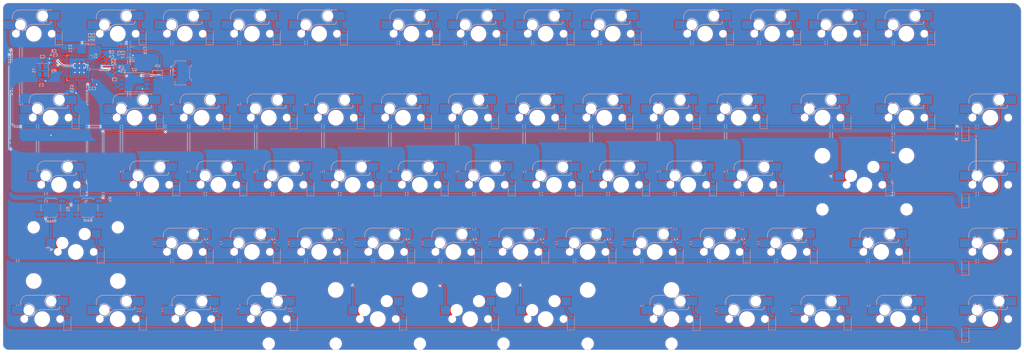
<source format=kicad_pcb>
(kicad_pcb (version 20221018) (generator pcbnew)
  (layers (0 "F.Cu" signal) (31 "B.Cu" signal) (34 "B.Paste" user) (35 "F.Paste" user) (36 "B.SilkS" user "B.Silkscreen") (37 "F.SilkS" user "F.Silkscreen") (38 "B.Mask" user) (39 "F.Mask" user) (44 "Edge.Cuts" user))
  (net 0 "")
  (net 1 "+1V1")
  (net 2 "GND")
  (net 3 "+3V3")
  (net 4 "XTAL_IN")
  (net 5 "Net-(C2-Pad2)")
  (net 6 "+5V")
  (net 7 "Net-(D1-A)")
  (net 8 "Net-(D2-A)")
  (net 9 "Net-(D3-A)")
  (net 10 "Net-(D4-A)")
  (net 11 "Net-(D5-A)")
  (net 12 "Net-(D6-A)")
  (net 13 "Net-(D7-A)")
  (net 14 "Net-(D8-A)")
  (net 15 "Net-(D9-A)")
  (net 16 "Net-(D10-A)")
  (net 17 "Net-(D11-A)")
  (net 18 "Net-(D12-A)")
  (net 19 "Net-(D13-A)")
  (net 20 "Net-(D14-A)")
  (net 21 "Net-(D15-A)")
  (net 22 "Net-(D16-A)")
  (net 23 "Net-(D17-A)")
  (net 24 "Net-(D18-A)")
  (net 25 "Net-(D19-A)")
  (net 26 "Net-(D20-A)")
  (net 27 "Net-(D21-A)")
  (net 28 "Net-(D22-A)")
  (net 29 "Net-(D23-A)")
  (net 30 "Net-(D24-A)")
  (net 31 "Net-(D25-A)")
  (net 32 "Net-(D26-A)")
  (net 33 "Net-(D27-A)")
  (net 34 "Net-(D28-A)")
  (net 35 "Net-(D29-A)")
  (net 36 "Net-(D30-A)")
  (net 37 "Net-(D31-A)")
  (net 38 "Net-(D32-A)")
  (net 39 "Net-(D33-A)")
  (net 40 "Net-(D34-A)")
  (net 41 "Net-(D35-A)")
  (net 42 "Net-(D36-A)")
  (net 43 "Net-(D37-A)")
  (net 44 "Net-(D38-A)")
  (net 45 "Net-(D39-A)")
  (net 46 "Net-(D40-A)")
  (net 47 "Net-(D41-A)")
  (net 48 "Net-(D42-A)")
  (net 49 "Net-(D43-A)")
  (net 50 "Net-(D44-A)")
  (net 51 "Net-(D45-A)")
  (net 52 "Net-(D46-A)")
  (net 53 "Net-(D47-A)")
  (net 54 "Net-(D48-A)")
  (net 55 "Net-(D49-A)")
  (net 56 "Net-(D50-A)")
  (net 57 "Net-(D51-A)")
  (net 58 "Net-(D52-A)")
  (net 59 "Net-(D53-A)")
  (net 60 "Net-(D54-A)")
  (net 61 "Net-(D55-A)")
  (net 62 "Net-(D56-A)")
  (net 63 "Net-(D57-A)")
  (net 64 "Net-(D58-A)")
  (net 65 "Net-(D59-A)")
  (net 66 "Net-(D60-A)")
  (net 67 "Net-(D61-A)")
  (net 68 "Net-(D62-A)")
  (net 69 "Net-(D63-A)")
  (net 70 "D-")
  (net 71 "D+")
  (net 72 "XTAL_OUT")
  (net 73 "Net-(U1-D+)")
  (net 74 "Net-(U1-D-)")
  (net 75 "CS")
  (net 76 "RESET")
  (net 77 "Net-(R4-Pad1)")
  (net 79 "SWCLK")
  (net 80 "SWDIO")
  (net 86 "SD3")
  (net 87 "QSPI_CLK")
  (net 88 "SD0")
  (net 89 "SD2")
  (net 90 "SD1")
  (net 91 "row0")
  (net 92 "row1")
  (net 93 "row3")
  (net 94 "row4")
  (net 95 "row2")
  (net 96 "col0")
  (net 97 "col1")
  (net 98 "col2")
  (net 99 "col3")
  (net 100 "col4")
  (net 101 "col5")
  (net 102 "col6")
  (net 103 "col7")
  (net 104 "col8")
  (net 105 "col9")
  (net 106 "col10")
  (net 107 "col11")
  (net 108 "col12")
  (net 109 "col13")
  (net 111 "Net-(D64-A)")
  (net 112 "Net-(D65-A)")
  (footprint "Components:OJ LOGO" (layer "F.Cu") (at 306.93 55.66)
    (fp_text reference "G***")
    (fp_text value "LOGO" hide)
  )
  (footprint "cipulot_parts:MXOnly-2.25U-Hotswap-ReversedStabilizers" (layer "F.Cu") (at 134.9375 135.73125)
    (fp_text reference "MX26")
    (fp_text value "MX-NoLED")
  )
  (footprint "cipulot_parts:MXOnly-2.75U-Hotswap-ReversedStabilizers" (layer "F.Cu") (at 182.5625 135.73125)
    (fp_text reference "MX41")
    (fp_text value "MX-NoLED")
  )
  (footprint "cipulot_parts:MXOnly-7U-Hotswap-ReversedStabilizers" (layer "F.Cu") (at 161.13125 135.73125)
    (fp_text reference "MX31")
    (fp_text value "MX-NoLED")
  )
  (footprint "cipulot_parts:MXOnly-2.25U-Hotswap" (layer "F.Cu") (at 49.2125 116.68125)
    (fp_text reference "MX4")
    (fp_text value "MX-NoLED")
  )
  (footprint "cipulot_parts:MXOnly-2.25U-Hotswap-ReversedStabilizers" (layer "F.Cu") (at 273.05 97.63125)
    (fp_text reference "MX59")
    (fp_text value "MX-NoLED")
  )
  (footprint "Button_Switch_SMD:SW_SPST_TL3342" (layer "B.Cu") (at 42.125 104.16125 180)
    (fp_text reference "SW2" hide)
    (fp_text value "Reset")
  )
  (footprint "Diode_SMD:D_SOD-123" (layer "B.Cu") (at 168.195 136.61125 90)
    (fp_text reference "D29" hide)
    (fp_text value "D_Small")
  )
  (footprint "Resistor_SMD:R_0402_1005Metric" (layer "B.Cu") (at 57.9625 62.2875 180)
    (fp_text reference "R3")
    (fp_text value "27")
  )
  (footprint "marbastlib-mx:SW_MX_HS_1u" (layer "B.Cu") (at 251.61875 116.68125 180)
    (fp_text reference "MX55" hide)
    (fp_text value "MX-NoLED" hide)
  )
  (footprint "Diode_SMD:D_SOD-123" (layer "B.Cu") (at 92.005 79.46125 90)
    (fp_text reference "D12" hide)
    (fp_text value "D_Small")
  )
  (footprint "Diode_SMD:D_SOD-123" (layer "B.Cu") (at 220.585 117.56125 90)
    (fp_text reference "D42" hide)
    (fp_text value "D_Small")
  )
  (footprint "Diode_SMD:D_SOD-123" (layer "B.Cu") (at 301.71 101.92 90)
    (fp_text reference "D61" hide)
    (fp_text value "D_Small")
  )
  (footprint "marbastlib-mx:SW_MX_HS_1u" (layer "B.Cu") (at 261.14375 135.73125 180)
    (fp_text reference "MX56" hide)
    (fp_text value "MX-NoLED" hide)
  )
  (footprint "marbastlib-mx:SW_MX_HS_1u" (layer "B.Cu") (at 84.93125 78.58125 180)
    (fp_text reference "MX13" hide)
    (fp_text value "MX-NoLED" hide)
  )
  (footprint "marbastlib-mx:SW_MX_HS_1.25u" (layer "B.Cu") (at 282.575 135.73125 180)
    (fp_text reference "MX64" hide)
    (fp_text value "MX-NoLED" hide)
  )
  (footprint "marbastlib-mx:SW_MX_HS_1u" (layer "B.Cu") (at 223.04375 97.63125 180)
    (fp_text reference "MX48" hide)
    (fp_text value "MX-NoLED" hide)
  )
  (footprint "Capacitor_SMD:C_0402_1005Metric" (layer "B.Cu") (at 60.2625 65.3475)
    (fp_text reference "C5")
    (fp_text value ".1u")
  )
  (footprint "Diode_SMD:D_SOD-123" (layer "B.Cu") (at 268.215 79.46125 90)
    (fp_text reference "D55" hide)
    (fp_text value "D_Small")
  )
  (footprint "marbastlib-mx:SW_MX_HS_1u" (layer "B.Cu") (at 144.47875 54.76875 180)
    (fp_text reference "MX27" hide)
    (fp_text value "MX-NoLED" hide)
  )
  (footprint "Capacitor_SMD:C_0402_1005Metric" (layer "B.Cu") (at 49.2525 70.3475 -90)
    (fp_text reference "C15")
    (fp_text value ".1u")
  )
  (footprint "marbastlib-mx:SW_MX_HS_1u" (layer "B.Cu") (at 61.11875 135.73125 180)
    (fp_text reference "MX11" hide)
    (fp_text value "MX-NoLED" hide)
  )
  (footprint "marbastlib-mx:SW_MX_HS_1u" (layer "B.Cu") (at 284.95625 78.58125 180)
    (fp_text reference "MX65" hide)
    (fp_text value "MX-NoLED" hide)
  )
  (footprint "marbastlib-mx:SW_MX_HS_1.5u" (layer "B.Cu") (at 42.06875 78.58125 180)
    (fp_text reference "MX2" hide)
    (fp_text value "MX-NoLED" hide)
  )
  (footprint "Diode_SMD:D_SOD-123" (layer "B.Cu") (at 46.83125 136.62125 90)
    (fp_text reference "D4" hide)
    (fp_text value "D_Small")
  )
  (footprint "Resistor_SMD:R_0402_1005Metric" (layer "B.Cu") (at 42.9925 64.1275)
    (fp_text reference "R5")
    (fp_text value "1k")
  )
  (footprint "marbastlib-mx:SW_MX_HS_1u" (layer "B.Cu") (at 108.74375 97.63125 180)
    (fp_text reference "MX20" hide)
    (fp_text value "MX-NoLED" hide)
  )
  (footprint "Diode_SMD:D_SOD-123" (layer "B.Cu") (at 234.885 55.65625 90)
    (fp_text reference "D43" hide)
    (fp_text value "D_Small")
  )
  (footprint "Diode_SMD:D_SOD-123" (layer "B.Cu") (at 211.065 98.51125 90)
    (fp_text reference "D41" hide)
    (fp_text value "D_Small")
  )
  (footprint "marbastlib-mx:SW_MX_HS_1u" (layer "B.Cu") (at 232.56875 116.68125 180)
    (fp_text reference "MX49" hide)
    (fp_text value "MX-NoLED" hide)
  )
  (footprint "Capacitor_SMD:C_0402_1005Metric" (layer "B.Cu") (at 56.4325 59.9475)
    (fp_text reference "C8")
    (fp_text value "1u")
  )
  (footprint "Diode_SMD:D_SOD-123" (layer "B.Cu") (at 68.1775 55.65625 90)
    (fp_text reference "D6" hide)
    (fp_text value "D_Small")
  )
  (footprint "Diode_SMD:D_SOD-123" (layer "B.Cu") (at 239.645 117.56125 90)
    (fp_text reference "D46" hide)
    (fp_text value "D_Small")
  )
  (footprint "marbastlib-mx:SW_MX_HS_1u" (layer "B.Cu") (at 308.76875 116.68125 180)
    (fp_text reference "MX68" hide)
    (fp_text value "MX-NoLED" hide)
  )
  (footprint "Diode_SMD:D_SOD-123" (layer "B.Cu") (at 170.5875 55.65625 90)
    (fp_text reference "D30" hide)
    (fp_text value "D_Small")
  )
  (footprint "marbastlib-mx:SW_MX_HS_1u" (layer "B.Cu") (at 213.51875 116.68125 180)
    (fp_text reference "MX45" hide)
    (fp_text value "MX-NoLED" hide)
  )
  (footprint "Diode_SMD:D_SOD-123" (layer "B.Cu") (at 192.015 98.52125 90)
    (fp_text reference "D36" hide)
    (fp_text value "D_Small")
  )
  (footprint "marbastlib-mx:SW_MX_HS_1u" (layer "B.Cu") (at 118.26875 116.68125 180)
    (fp_text reference "MX21" hide)
    (fp_text value "MX-NoLED" hide)
  )
  (footprint "Diode_SMD:D_SOD-123" (layer "B.Cu") (at 301.7 120.97 90)
    (fp_text reference "D62" hide)
    (fp_text value "D_Small")
  )
  (footprint "Diode_SMD:D_SOD-123" (layer "B.Cu") (at 182.485 117.56125 90)
    (fp_text reference "D33" hide)
    (fp_text value "D_Small")
  )
  (footprint "Package_SO:SOIC-8_5.23x5.23mm_P1.27mm" (layer "B.Cu") (at 65.84 68.53 180)
    (fp_text reference "U2")
    (fp_text value "W25Q128JVS")
  )
  (footprint "Resistor_SMD:R_0402_1005Metric" (layer "B.Cu") (at 57.79 101.74 90)
    (fp_text reference "R4")
    (fp_text value "1k")
  )
  (footprint "Diode_SMD:D_SOD-123" (layer "B.Cu") (at 106.2775 55.65625 90)
    (fp_text reference "D16" hide)
    (fp_text value "D_Small")
  )
  (footprint "marbastlib-mx:SW_MX_HS_1u" (layer "B.Cu") (at 65.88125 78.58125 180)
    (fp_text reference "MX8" hide)
    (fp_text value "MX-NoLED" hide)
  )
  (footprint "Diode_SMD:D_SOD-123" (layer "B.Cu") (at 68.2625 136.61125 90)
    (fp_text reference "D10" hide)
    (fp_text value "D_Small")
  )
  (footprint "Diode_SMD:D_SOD-123" (layer "B.Cu") (at 163.435 117.57125 90)
    (fp_text reference "D28" hide)
    (fp_text value "D_Small")
  )
  (footprint "marbastlib-mx:SW_MX_HS_1u" (layer "B.Cu") (at 70.64375 97.63125 180)
    (fp_text reference "MX9" hide)
    (fp_text value "MX-NoLED" hide)
  )
  (footprint "Capacitor_SMD:C_0402_1005Metric" (layer "B.Cu") (at 54.2625 57.8975 90)
    (fp_text reference "C10")
    (fp_text value ".1u")
  )
  (footprint "Capacitor_SMD:C_0402_1005Metric" (layer "B.Cu") (at 39.7525 62.3375)
    (fp_text reference "C2")
    (fp_text value "22pF")
  )
  (footprint "marbastlib-mx:SW_MX_HS_1u" (layer "B.Cu") (at 218.28125 135.73125 180)
    (fp_text reference "MX16" hide)
    (fp_text value "MX-NoLED" hide)
  )
  (footprint "marbastlib-mx:SW_MX_HS_1.75u" (layer "B.Cu") (at 44.45 97.63125 180)
    (fp_text reference "MX6" hide)
    (fp_text value "MX-NoLED" hide)
  )
  (footprint "Diode_SMD:D_SOD-123" (layer "B.Cu") (at 89.69375 136.62125 90)
    (fp_text reference "D15" hide)
    (fp_text value "D_Small")
  )
  (footprint "Diode_SMD:D_SOD-123" (layer "B.Cu") (at 289.71875 136.61125 90)
    (fp_text reference "D58" hide)
    (fp_text value "D_Small")
  )
  (footprint "marbastlib-mx:SW_MX_HS_1u" (layer "B.Cu") (at 103.98125 135.73125 180)
    (fp_text reference "MX3" hide)
    (fp_text value "MX-NoLED" hide)
  )
  (footprint "marbastlib-mx:SW_MX_HS_1u" (layer "B.Cu") (at 161.13125 78.58125 180)
    (fp_text reference "MX34" hide)
    (fp_text value "MX-NoLED" hide)
  )
  (footprint "marbastlib-mx:SW_MX_HS_1u" (layer "B.Cu") (at 123.03125 78.58125 180)
    (fp_text reference "MX23" hide)
    (fp_text value "MX-NoLED" hide)
  )
  (footprint "Diode_SMD:D_SOD-123" (layer "B.Cu") (at 125.335 117.57125 90)
    (fp_text reference "D19" hide)
    (fp_text value "D_Small")
  )
  (footprint "marbastlib-mx:SW_MX_HS_1u" (layer "B.Cu") (at 103.98125 78.58125 180)
    (fp_text reference "MX19" hide)
    (fp_text value "MX-NoLED" hide)
  )
  (footprint "Diode_SMD:D_SOD-123" (layer "B.Cu") (at 301.7 140.02 90)
    (fp_text reference "D63" hide)
    (fp_text value "D_Small")
  )
  (footprint "Crystal:Crystal_SMD_3225-4Pin_3.2x2.5mm" (layer "B.Cu") (at 39.7525 65.2275 -90)
    (fp_text reference "Y1")
    (fp_text value "12MHz")
  )
  (footprint "Capacitor_SMD:C_0402_1005Metric" (layer "B.Cu") (at 42.9825 61.8275 180)
    (fp_text reference "C6")
    (fp_text value ".1u")
  )
  (footprint "Diode_SMD:D_SOD-123" (layer "B.Cu") (at 144.385 117.56125 90)
    (fp_text reference "D23" hide)
    (fp_text value "D_Small")
  )
  (footprint "marbastlib-mx:SW_MX_HS_1u" (layer "B.Cu") (at 163.5125 54.76875 180)
    (fp_text reference "MX33" hide)
    (fp_text value "MX-NoLED" hide)
  )
  (footprint "marbastlib-mx:SW_MX_HS_1u" (layer "B.Cu") (at 218.28125 78.58125 180)
    (fp_text reference "MX47" hide)
    (fp_text value "MX-NoLED" hide)
  )
  (footprint "marbastlib-mx:SW_MX_HS_1u" (layer "B.Cu") (at 201.6125 54.76875 180)
    (fp_text reference "MX42" hide)
    (fp_text value "MX-NoLED" hide)
  )
  (footprint "Diode_SMD:D_SOD-123" (layer "B.Cu") (at 151.5375 55.65625 90)
    (fp_text reference "D25" hide)
    (fp_text value "D_Small")
  )
  (footprint "marbastlib-mx:SW_MX_HS_1u" (layer "B.Cu") (at 175.41875 116.68125 180)
    (fp_text reference "MX36" hide)
    (fp_text value "MX-NoLED" hide)
  )
  (footprint "Diode_SMD:D_SOD-123" (layer "B.Cu") (at 115.815 98.51125 90)
    (fp_text reference "D18" hide)
    (fp_text value "D_Small")
  )
  (footprint "Capacitor_SMD:C_0402_1005Metric" (layer "B.Cu") (at 49.25 58.94 90)
    (fp_text reference "C11")
    (fp_text value ".1u")
  )
  (footprint "Diode_SMD:D_SOD-123" (layer "B.Cu") (at 284.885 117.56125 90)
    (fp_text reference "D57" hide)
    (fp_text value "D_Small")
  )
  (footprint "marbastlib-mx:SW_MX_HS_1u" (layer "B.Cu") (at 227.8225 54.76875 180)
    (fp_text reference "MX46" hide)
    (fp_text value "MX-NoLED" hide)
  )
  (footprint "Diode_SMD:D_SOD-123" (layer "B.Cu") (at 49.135 79.46125 90)
    (fp_text reference "D2" hide)
    (fp_text value "D_Small")
  )
  (footprint "marbastlib-mx:SW_MX_HS_1u" (layer "B.Cu") (at 308.76875 135.73125 180)
    (fp_text reference "MX69" hide)
    (fp_text value "MX-NoLED" hide)
  )
  (footprint "Capacitor_SMD:C_0402_1005Metric" (layer "B.Cu") (at 67.74 59.47 90)
    (fp_text reference "C16")
    (fp_text value "1u")
  )
  (footprint "Diode_SMD:D_SOD-123" (layer "B.Cu") (at 44.365 55.65625 90)
    (fp_text reference "D1" hide)
    (fp_text value "D_Small")
  )
  (footprint "Diode_SMD:D_SOD-123" (layer "B.Cu") (at 73.025 79.46125 90)
    (fp_text reference "D7" hide)
    (fp_text value "D_Small")
  )
  (footprint "marbastlib-mx:SW_MX_HS_1u" (layer "B.Cu") (at 182.5625 54.76875 180)
    (fp_text reference "MX37" hide)
    (fp_text value "MX-NoLED" hide)
  )
  (footprint "Diode_SMD:D_SOD-123" (layer "B.Cu") (at 51.5 98.52 90)
    (fp_text reference "D5" hide)
    (fp_text value "D_Small")
  )
  (footprint "random-keyboard-parts:SOT143B" (layer "B.Cu") (at 72.405 65.87125 90)
    (fp_text reference "U4")
    (fp_text value "PRTR5V0U2X")
  )
  (footprint "Diode_SMD:D_SOD-123" (layer "B.Cu") (at 111.045 79.46125 90)
    (fp_text reference "D17" hide)
    (fp_text value "D_Small")
  )
  (footprint "Diode_SMD:D_SOD-123" (layer "B.Cu") (at 168.205 79.46125 90)
    (fp_text reference "D31" hide)
    (fp_text value "D_Small")
  )
  (footprint "Diode_SMD:D_SOD-123" (layer "B.Cu") (at 206.305 79.46125 90)
    (fp_text reference "D40" hide)
    (fp_text value "D_Small")
  )
  (footprint "marbastlib-mx:SW_MX_HS_1u" (layer "B.Cu") (at 146.84375 97.63125 180)
    (fp_text reference "MX29" hide)
    (fp_text value "MX-NoLED" hide)
  )
  (footprint "Capacitor_SMD:C_0402_1005Metric" (layer "B.Cu") (at 62.65 58.49 90)
    (fp_text reference "C17")
    (fp_text value "1u")
  )
  (footprint "marbastlib-mx:SW_MX_HS_1u" (layer "B.Cu") (at 80.16875 116.68125 180)
    (fp_text reference "MX10" hide)
    (fp_text value "MX-NoLED" hide)
  )
  (footprint "marbastlib-mx:SW_MX_HS_1u" (layer "B.Cu") (at 156.36875 116.68125 180)
    (fp_text reference "MX30" hide)
    (fp_text value "MX-NoLED" hide)
  )
  (footprint "Diode_SMD:D_SOD-123" (layer "B.Cu") (at 225.345 79.46125 90)
    (fp_text reference "D44" hide)
    (fp_text value "D_Small")
  )
  (footprint "Diode_SMD:D_SOD-123" (layer "B.Cu") (at 253.915 55.65125 90)
    (fp_text reference "D48" hide)
    (fp_text value "D_Small")
  )
  (footprint "cipulot_parts:RP2040-QFN-56" (layer "B.Cu") (at 50.2525 64.4775 90)
    (fp_text reference "U1")
    (fp_text value "RP2040")
  )
  (footprint "Diode_SMD:D_SOD-123" (layer "B.Cu") (at 230.115 98.51125 90)
    (fp_text reference "D45" hide)
    (fp_text value "D_Small")
  )
  (footprint "Diode_SMD:D_SOD-123" (layer "B.Cu") (at 225.43 136.62 90)
    (fp_text reference "D65" hide)
    (fp_text value "D_Small")
  )
  (footprint "Diode_SMD:D_SOD-123" (layer "B.Cu") (at 153.905 98.51125 90)
    (fp_text reference "D27" hide)
    (fp_text value "D_Small")
  )
  (footprint "marbastlib-mx:SW_MX_HS_1.25u" (layer "B.Cu") (at 39.6875 135.73125 180)
    (fp_text reference "MX5" hide)
    (fp_text value "MX-NoLED" hide)
  )
  (footprint "Diode_SMD:D_SOD-123" (layer "B.Cu") (at 134.865 98.51125 90)
    (fp_text reference "D22" hide)
    (fp_text value "D_Small")
  )
  (footprint "Diode_SMD:D_SOD-123" (layer "B.Cu") (at 280.115 98.51125 90)
    (fp_text reference "D54" hide)
    (fp_text value "D_Small")
  )
  (footprint "Diode_SMD:D_SOD-123" (layer "B.Cu") (at 142.08125 136.61125 90)
    (fp_text reference "D24" hide)
    (fp_text value "D_Small")
  )
  (footprint "Diode_SMD:D_SOD-123" (layer "B.Cu") (at 246.85625 136.61125 90)
    (fp_text reference "D47" hide)
    (fp_text value "D_Small")
  )
  (footprint "marbastlib-mx:SW_MX_HS_1.75u" (layer "B.Cu") (at 277.8125 116.68125 180)
    (fp_text reference "MX63" hide)
    (fp_text value "MX-NoLED" hide)
  )
  (footprint "Resistor_SMD:R_0402_1005Metric" (layer "B.Cu") (at 47.035 102.78125 90)
    (fp_text reference "R1")
    (fp_text value "1k")
  )
  (footprint "marbastlib-mx:SW_MX_HS_1u" (layer "B.Cu") (at 199.23125 78.58125 180)
    (fp_text reference "MX43" hide)
    (fp_text value "MX-NoLED" hide)
  )
  (footprint "Diode_SMD:D_SOD-123" (layer "B.Cu") (at 77.715 98.51125 90)
    (fp_text reference "D8" hide)
    (fp_text value "D_Small")
  )
  (footprint "Diode_SMD:D_SOD-123" (layer "B.Cu") (at 106.285 117.56125 90)
    (fp_text reference "D14" hide)
    (fp_text value "D_Small")
  )
  (footprint "Diode_SMD:D_SOD-123" (layer "B.Cu") (at 125.3275 55.65625 90)
    (fp_text reference "D20" hide)
    (fp_text value "D_Small")
  )
  (footprint "marbastlib-mx:SW_MX_HS_1.5u" (layer "B.Cu") (at 261.14375 78.58125 180)
    (fp_text reference "MX60" hide)
    (fp_text value "MX-NoLED" hide)
  )
  (footprint "Diode_SMD:D_SOD-123" (layer "B.Cu") (at 301.7 82.87 90)
    (fp_text reference "D60" hide)
    (fp_text value "D_Small")
  )
  (footprint "marbastlib-mx:SW_MX_HS_1u" (layer "B.Cu") (at 203.99375 97.63125 180)
    (fp_text reference "MX44" hide)
    (fp_text value "MX-NoLED" hide)
  )
  (footprint "Diode_SMD:D_SOD-123" (layer "B.Cu") (at 189.6375 55.65625 90)
    (fp_text reference "D34" hide)
    (fp_text value "D_Small")
  )
  (footprint "marbastlib-mx:SW_MX_HS_1u" (layer "B.Cu") (at 246.85625 54.76875 180)
    (fp_text reference "MX52" hide)
    (fp_text value "MX-NoLED" hide)
  )
  (footprint "Capacitor_SMD:C_0402_1005Metric" (layer "B.Cu") (at 59.9325 64.2775)
    (fp_text reference "C9")
    (fp_text value ".1u")
  )
  (footprint "Diode_SMD:D_SOD-123" (layer "B.Cu") (at 149.145 79.46125 90)
    (fp_text reference "D26" hide)
    (fp_text value "D_Small")
  )
  (footprint "marbastlib-mx:SW_MX_HS_1u" (layer "B.Cu") (at 308.76875 78.58125 180)
    (fp_text reference "MX66" hide)
    (fp_text value "MX-NoLED" hide)
  )
  (footprint "Diode_SMD:D_SOD-123" (layer "B.Cu") (at 87.235 117.57125 90)
    (fp_text reference "D9" hide)
    (fp_text value "D_Small")
  )
  (footprint "marbastlib-mx:SW_MX_HS_1u" (layer "B.Cu") (at 308.76875 97.63125 180)
    (fp_text reference "MX67" hide)
    (fp_text value "MX-NoLED" hide)
  )
  (footprint "marbastlib-mx:SW_MX_HS_1u" (layer "B.Cu") (at 165.89375 97.63125 180)
    (fp_text reference "MX35" hide)
    (fp_text value "MX-NoLED" hide)
  )
  (footprint "marbastlib-mx:SW_MX_HS_1u" (layer "B.Cu") (at 99.21875 54.76875 180)
    (fp_text reference "MX18" hide)
    (fp_text value "MX-NoLED" hide)
  )
  (footprint "Diode_SMD:D_SOD-123" (layer "B.Cu") (at 96.765 98.51125 90)
    (fp_text reference "D13" hide)
    (fp_text value "D_Small")
  )
  (footprint "marbastlib-mx:SW_MX_HS_1u" (layer "B.Cu") (at 284.95625 54.76875 180)
    (fp_text reference "MX61" hide)
    (fp_text value "MX-NoLED" hide)
  )
  (footprint "marbastlib-mx:SW_MX_HS_1u" (layer "B.Cu") (at 61.11875 54.76875 180)
    (fp_text reference "MX7" hide)
    (fp_text value "MX-NoLED" hide)
  )
  (footprint "Diode_SMD:D_SOD-123" (layer "B.Cu") (at 201.535 117.56125 90)
    (fp_text reference "D37" hide)
    (fp_text value "D_Small")
  )
  (footprint "Package_TO_SOT_SMD:SOT-23" (layer "B.Cu") (at 65.13 59.96)
    (fp_text reference "U3")
    (fp_text value "XC6206PxxxMR")
  )
  (footprint "Capacitor_SMD:C_0402_1005Metric" (layer "B.Cu") (at 42.9825 62.9775 180)
    (fp_text reference "C14")
    (fp_text value ".1u")
  )
  (footprint "Diode_SMD:D_SOD-123" (layer "B.Cu") (at 272.965 55.65125 90)
    (fp_text reference "D53" hide)
    (fp_text value "D_Small")
  )
  (footprint "marbastlib-mx:SW_MX_HS_1u" (layer "B.Cu") (at 99.21875 116.68125 180)
    (fp_text reference "MX15" hide)
    (fp_text value "MX-NoLED" hide)
  )
  (footprint "marbastlib-mx:SW_MX_HS_1u" (layer "B.Cu") (at 142.08125 78.58125 180)
    (fp_text reference "MX28" hide)
    (fp_text value "MX-NoLED" hide)
  )
  (footprint "Capacitor_SMD:C_0402_1005Metric" (layer "B.Cu") (at 57.4625 61.2175)
    (fp_text reference "C4")
    (fp_text value "1u")
  )
  (footprint "Diode_SMD:D_SOD-123" (layer "B.Cu") (at 292.015 55.65125 90)
    (fp_text reference "D56" hide)
    (fp_text value "D_Small")
  )
  (footprint "Capacitor_SMD:C_0402_1005Metric" (layer "B.Cu") (at 53.8925 69.1575)
    (fp_text reference "C13")
    (fp_text value ".1u")
  )
  (footprint "marbastlib-mx:SW_MX_HS_1u" (layer "B.Cu") (at 118.26875 54.76875 180)
    (fp_text reference "MX22" hide)
    (fp_text value "MX-NoLED" hide)
  )
  (footprint "marbastlib-mx:SW_MX_HS_1u" (layer "B.Cu") (at 89.69375 97.63125 180)
    (fp_text reference "MX14" hide)
    (fp_text value "MX-NoLED" hide)
  )
  (footprint "marbastlib-mx:SW_MX_HS_1u" (layer "B.Cu") (at 194.46875 116.68125 180)
    (fp_text reference "MX40" hide)
    (fp_text value "MX-NoLED" hide)
  )
  (footprint "Diode_SMD:D_SOD-123" (layer "B.Cu") (at 189.74 136.61 90)
    (fp_text reference "D38" hide)
    (fp_text value "D_Small")
  )
  (footprint "Connector_Molex:Molex_Pico-EZmate_78171-0004_1x04-1MP_P1.20mm_Vertical" (layer "B.Cu") (at 79.375 65.88125 -90)
    (fp_text reference "J1" hide)
    (fp_text value "EZmate")
  )
  (footprint "Diode_SMD:D_SOD-123" (layer "B.Cu") (at 249.165 98.51125 90)
    (fp_text reference "D50" hide)
    (fp_text value "D_Small")
  )
  (footprint "marbastlib-mx:SW_MX_HS_1u" (layer "B.Cu") (at 180.18125 78.58125 180)
    (fp_text reference "MX38" hide)
    (fp_text value "MX-NoLED" hide)
  )
  (footprint "Capacitor_SMD:C_0402_1005Metric" (layer "B.Cu") (at 53.1925 57.8975 90)
    (fp_text reference "C12")
    (fp_text value ".1u")
  )
  (footprint "marbastlib-mx:SW_MX_HS_1u" (layer "B.Cu") (at 127.79375 97.63125 180)
    (fp_text reference "MX24" hide)
    (fp_text value "MX-NoLED" hide)
  )
  (footprint "marbastlib-mx:SW_MX_HS_1u" (layer "B.Cu") (at 265.90625 54.76875 180)
    (fp_text reference "MX57" hide)
    (fp_text value "MX-NoLED" hide)
  )
  (footprint "Capacitor_SMD:C_0402_1005Metric" (layer "B.Cu") (at 39.38 68.15 180)
    (fp_text reference "C1")
    (fp_text value "22pF")
  )
  (footprint "Resistor_SMD:R_0402_1005Metric" (layer "B.Cu") (at 57.9625 63.3475 180)
    (fp_text reference "R2")
    (fp_text value "27")
  )
  (footprint "Diode_SMD:D_SOD-123" (layer "B.Cu") (at 111.11 136.6175 90)
    (fp_text reference "D64" hide)
    (fp_text value "D_Small")
  )
  (footprint "Capacitor_SMD:C_0402_1005Metric" (layer "B.Cu") (at 61.59 58.49 90)
    (fp_text reference "C7")
    (fp_text value "10u")
  )
  (footprint "marbastlib-mx:SW_MX_HS_1u" (layer "B.Cu") (at 242.09375 97.63125 180)
    (fp_text reference "MX54" hide)
    (fp_text value "MX-NoLED" hide)
  )
  (footprint "Diode_SMD:D_SOD-123" (layer "B.Cu") (at 187.255 79.47125 90)
    (fp_text reference "D35" hide)
    (fp_text value "D_Small")
  )
  (footprint "marbastlib-mx:SW_MX_HS_1.25u" (layer "B.Cu") (at 82.55 135.73125 180)
    (fp_text reference "MX17" hide)
    (fp_text value "MX-NoLED" hide)
  )
  (footprint "Diode_SMD:D_SOD-123" (layer "B.Cu") (at 292.025 79.46125 90)
    (fp_text reference "D59" hide)
    (fp_text value "D_Small")
  )
  (footprint "marbastlib-mx:SW_MX_HS_1u" (layer "B.Cu") (at 237.33125 78.58125 180)
    (fp_text reference "MX53" hide)
    (fp_text value "MX-NoLED" hide)
  )
  (footprint "marbastlib-mx:SW_MX_HS_1.25u" (layer "B.Cu") (at 239.7125 135.73125 180)
    (fp_text reference "MX51" hide)
    (fp_text value "MX-NoLED" hide)
  )
  (footprint "marbastlib-mx:SW_MX_HS_1u" (layer "B.Cu") (at 184.94375 97.63125 180)
    (fp_text reference "MX39" hide)
    (fp_text value "MX-NoLED" hide)
  )
  (footprint "Button_Switch_SMD:SW_SPST_TL3342" (layer "B.Cu") (at 52.68 104.15)
    (fp_text reference "SW1" hide)
    (fp_text value "Boot")
  )
  (footprint "Diode_SMD:D_SOD-123" (layer "B.Cu") (at 87.2275 55.65625 90)
    (fp_text reference "D11" hide)
    (fp_text value "D_Small")
  )
  (footprint "Diode_SMD:D_SOD-123" (layer "B.Cu") (at 268.2875 136.61125 90)
    (fp_text reference "D52" hide)
    (fp_text value "D_Small")
  )
  (footprint "Capacitor_SMD:C_0402_1005Metric" (layer "B.Cu") (at 60.22 66.62 180)
    (fp_text reference "C3")
    (fp_text value ".1u")
  )
  (footprint "Diode_SMD:D_SOD-123" (layer "B.Cu") (at 130.105 79.46125 90)
    (fp_text reference "D21" hide)
    (fp_text value "D_Small")
  )
  (footprint "Diode_SMD:D_SOD-123" (layer "B.Cu") (at 56.285 117.56125 90)
    (fp_text reference "D3" hide)
    (fp_text value "D_Small")
  )
  (footprint "Diode_SMD:D_SOD-123" (layer "B.Cu") (at 244.405 79.46125 90)
    (fp_text reference "D49" hide)
    (fp_text value "D_Small")
  )
  (footprint "Diode_SMD:D_SOD-123" (layer "B.Cu") (at 208.6875 55.65625 90)
    (fp_text reference "D39" hide)
    (fp_text value "D_Small")
  )
  (footprint "marbastlib-mx:SW_MX_HS_1u" (layer "B.Cu") (at 137.31875 116.68125 180)
    (fp_text reference "MX25" hide)
    (fp_text value "MX-NoLED" hide)
  )
  (footprint "Diode_SMD:D_SOD-123" (layer "B.Cu") (at 258.685 117.56125 90)
    (fp_text reference "D51" hide)
    (fp_text value "D_Small")
  )
  (footprint "marbastlib-mx:SW_MX_HS_1u" (layer "B.Cu") (at 37.30625 54.76875 180)
    (fp_text reference "MX1" hide)
    (fp_text value "MX-NoLED" hide)
  )
  (footprint "marbastlib-mx:SW_MX_HS_1u" (layer "B.Cu") (at 80.16875 54.76875 180)
    (fp_text reference "MX12" hide)
    (fp_text value "MX-NoLED" hide)
  )
  (footprint "Diode_SMD:D_SOD-123" (layer "B.Cu") (at 172.965 98.52125 90)
    (fp_text reference "D32" hide)
    (fp_text value "D_Small")
  )
  (gr_line (start 315.9125 144.4625) (end 30.1625 144.4625) (stroke (width 0.1)) (layer "Edge.Cuts"))
  (gr_arc (start 28.575 47.625) (mid 29.039968 46.502468) (end 30.1625 46.0375) (stroke (width 0.1)) (layer "Edge.Cuts"))
  (gr_arc (start 315.11875 46.0375) (mid 316.802548 46.734952) (end 317.5 48.41875) (stroke (width 0.1)) (layer "Edge.Cuts"))
  (gr_line (start 28.575 142.875) (end 28.575 47.625) (stroke (width 0.1)) (layer "Edge.Cuts"))
  (gr_arc (start 30.1625 144.4625) (mid 29.039968 143.997532) (end 28.575 142.875) (stroke (width 0.1)) (layer "Edge.Cuts"))
  (gr_arc (start 317.5 142.875) (mid 317.035032 143.997532) (end 315.9125 144.4625) (stroke (width 0.1)) (layer "Edge.Cuts"))
  (gr_line (start 30.1625 46.0375) (end 315.11875 46.0375) (stroke (width 0.1)) (layer "Edge.Cuts"))
  (gr_line (start 317.5 48.41875) (end 317.5 142.875) (stroke (width 0.1)) (layer "Edge.Cuts"))
  (segment (start 52.352 64.2235) (end 52.352 63.57) (width 0.2) (layer "F.Cu") (net 1))
  (segment (start 44.11 62.41) (end 44.84 63.14) (width 0.2) (layer "F.Cu") (net 1))
  (segment (start 48.153 63.87) (end 46.602375 63.87) (width 0.2) (layer "F.Cu") (net 1))
  (segment (start 53.0055 64.877) (end 58.57 64.877) (width 0.2) (layer "F.Cu") (net 1))
  (via (at 58.57 64.877) (size 0.6) (drill 0.35) (layers "F.Cu" "B.Cu") (net 1))
  (via (at 44.11 62.41) (size 0.6) (drill 0.35) (layers "F.Cu" "B.Cu") (net 1))
  (via (at 48.153 63.87) (size 0.6) (drill 0.35) (layers "F.Cu" "B.Cu") (net 1))
  (via (at 52.352 63.57) (size 0.6) (drill 0.35) (layers "F.Cu" "B.Cu") (net 1))
  (arc (start 52.352 64.2235) (mid 52.543405 64.685594) (end 53.0055 64.877) (width 0.2) (layer "F.Cu") (net 1))
  (arc (start 44.84 63.14) (mid 45.648584 63.680279) (end 46.602375 63.87) (width 0.2) (layer "F.Cu") (net 1))
  (segment (start 52.94125 62.67875) (end 52.94 62.68) (width 0.2) (layer "B.Cu") (net 1))
  (segment (start 58.57 65.11225) (end 58.57 64.877) (width 0.2) (layer "B.Cu") (net 1))
  (segment (start 56.267903 64.6775) (end 53.69 64.6775) (width 0.2) (layer "B.Cu") (net 1))
  (segment (start 46.19625 63.8775) (end 46.815 63.8775) (width 0.2) (layer "B.Cu") (net 1))
  (segment (start 53.69 62.6775) (end 52.944267 62.6775) (width 0.2) (layer "B.Cu") (net 1))
  (segment (start 53.69 62.6775) (end 54.42625 62.6775) (width 0.2) (layer "B.Cu") (net 1))
  (segment (start 44.11 62.41) (end 45.139977 63.439977) (width 0.2) (layer "B.Cu") (net 1))
  (segment (start 56.8025 61.2175) (end 56.9825 61.2175) (width 0.2) (layer "B.Cu") (net 1))
  (segment (start 43.495 61.8275) (end 43.4625 61.8275) (width 0.2) (layer "B.Cu") (net 1))
  (segment (start 43.55048 61.85048) (end 44.11 62.41) (width 0.2) (layer "B.Cu") (net 1))
  (segment (start 58.80525 65.3475) (end 59.7825 65.3475) (width 0.2) (layer "B.Cu") (net 1))
  (segment (start 56.49522 61.344779) (end 55.683107 62.156892) (width 0.2) (layer "B.Cu") (net 1))
  (segment (start 58.57 64.877) (end 56.749538 64.877) (width 0.2) (layer "B.Cu") (net 1))
  (arc (start 52.944267 62.6775) (mid 52.942634 62.677824) (end 52.94125 62.67875) (width 0.2) (layer "B.Cu") (net 1))
  (arc (start 55.683107 62.156892) (mid 55.106456 62.542198) (end 54.42625 62.6775) (width 0.2) (layer "B.Cu") (net 1))
  (arc (start 45.139977 63.439977) (mid 45.624599 63.763791) (end 46.19625 63.8775) (width 0.2) (layer "B.Cu") (net 1))
  (arc (start 43.55048 61.85048) (mid 43.525025 61.833472) (end 43.495 61.8275) (width 0.2) (layer "B.Cu") (net 1))
  (arc (start 56.508721 64.77725) (mid 56.619208 64.851075) (end 56.749538 64.877) (width 0.2) (layer "B.Cu") (net 1))
  (arc (start 56.508721 64.77725) (mid 56.398232 64.703424) (end 56.267903 64.6775) (width 0.2) (layer "B.Cu") (net 1))
  (arc (start 56.8025 61.2175) (mid 56.636201 61.250578) (end 56.49522 61.344779) (width 0.2) (layer "B.Cu") (net 1))
  (arc (start 58.57 65.11225) (mid 58.638903 65.278596) (end 58.80525 65.3475) (width 0.2) (layer "B.Cu") (net 1))
  (segment (start 48.9775 63.2025) (end 48.9775 65.7525) (width 0.5) (layer "F.Cu") (net 2))
  (segment (start 48.9775 64.4775) (end 51.5275 64.4775) (width 0.5) (layer "F.Cu") (net 2))
  (segment (start 51.5275 63.2025) (end 48.9775 63.2025) (width 0.5) (layer "F.Cu") (net 2))
  (segment (start 51.5275 65.7525) (end 48.9775 65.7525) (width 0.5) (layer "F.Cu") (net 2))
  (segment (start 50.2525 63.2025) (end 50.2525 65.7525) (width 0.5) (layer "F.Cu") (net 2))
  (segment (start 51.5275 63.2025) (end 51.5275 65.7525) (width 0.5) (layer "F.Cu") (net 2))
  (via (at 61.52 65.35) (size 0.6) (drill 0.35) (layers "F.Cu" "B.Cu") (net 2))
  (via (at 40.64 68.15) (size 0.6) (drill 0.35) (layers "F.Cu" "B.Cu") (net 2))
  (via (at 65.43 60.91) (size 0.6) (drill 0.35) (layers "F.Cu" "B.Cu") (net 2))
  (via (at 55.15 69.16) (size 0.6) (drill 0.35) (layers "F.Cu" "B.Cu") (net 2))
  (via (at 68.14 70.43) (size 0.6) (drill 0.35) (layers "F.Cu" "B.Cu") (net 2))
  (via (at 49.26 71.61) (size 0.6) (drill 0.35) (layers "F.Cu" "B.Cu") (net 2))
  (via (at 42.15 83.58) (size 0.6) (drill 0.35) (layers "F.Cu" "B.Cu") (net 2))
  (via (at 41.72 62.99) (size 0.6) (drill 0.35) (layers "F.Cu" "B.Cu") (net 2))
  (via (at 41.72 61.83) (size 0.6) (drill 0.35) (layers "F.Cu" "B.Cu") (net 2))
  (segment (start 53.1925 57.4175) (end 54.2625 57.4175) (width 0.2) (layer "B.Cu") (net 2))
  (segment (start 68.14 70.43) (end 68.1425 70.4325) (width 0.2) (layer "B.Cu") (net 2))
  (segment (start 49.2525 71.597196) (end 49.2525 70.8275) (width 0.5) (layer "B.Cu") (net 2))
  (segment (start 45.01625 65.77375) (end 44.72 66.07) (width 0.2) (layer "B.Cu") (net 2))
  (segment (start 41.72 62.99) (end 41.72625 62.98375) (width 0.5) (layer "B.Cu") (net 2))
  (segment (start 41.72 61.83) (end 41.72125 61.82875) (width 0.5) (layer "B.Cu") (net 2))
  (segment (start 41.724267 61.8275) (end 42.5025 61.8275) (width 0.5) (layer "B.Cu") (net 2))
  (segment (start 45.73146 65.4775) (end 46.815 65.4775) (width 0.2) (layer "B.Cu") (net 2))
  (segment (start 41.741338 62.9775) (end 42.5025 62.9775) (width 0.5) (layer "B.Cu") (net 2))
  (segment (start 55.15 69.16) (end 55.14875 69.15875) (width 0.5) (layer "B.Cu") (net 2))
  (segment (start 68.148535 70.435) (end 69.44 70.435) (width 0.2) (layer "B.Cu") (net 2))
  (segment (start 55.145732 69.1575) (end 54.3725 69.1575) (width 0.5) (layer "B.Cu") (net 2))
  (segment (start 49.26 71.61) (end 49.25625 71.60625) (width 0.5) (layer "B.Cu") (net 2))
  (segment (start 40.64 68.15) (end 39.86 68.15) (width 0.5) (layer "B.Cu") (net 2))
  (segment (start 61.51875 65.34875) (end 61.52 65.35) (width 0.2) (layer "B.Cu") (net 2))
  (segment (start 61.515732 65.3475) (end 60.7425 65.3475) (width 0.2) (layer "B.Cu") (net 2))
  (segment (start 65.43 60.91) (end 64.1925 60.91) (width 0.2) (layer "B.Cu") (net 2))
  (arc (start 55.14875 69.15875) (mid 55.147365 69.157824) (end 55.145732 69.1575) (width 0.5) (layer "B.Cu") (net 2))
  (arc (start 61.51875 65.34875) (mid 61.517365 65.347824) (end 61.515732 65.3475) (width 0.2) (layer "B.Cu") (net 2))
  (arc (start 68.1425 70.4325) (mid 68.145268 70.43435) (end 68.148535 70.435) (width 0.2) (layer "B.Cu") (net 2))
  (arc (start 41.724267 61.8275) (mid 41.722634 61.827824) (end 41.72125 61.82875) (width 0.5) (layer "B.Cu") (net 2))
  (arc (start 41.741338 62.9775) (mid 41.733172 62.979124) (end 41.72625 62.98375) (width 0.5) (layer "B.Cu") (net 2))
  (arc (start 49.2525 71.597196) (mid 49.253474 71.602096) (end 49.25625 71.60625) (width 0.5) (layer "B.Cu") (net 2))
  (arc (start 45.73146 65.4775) (mid 45.344391 65.554492) (end 45.01625 65.77375) (width 0.2) (layer "B.Cu") (net 2))
  (segment (start 52.652 69.16) (end 52.52625 69.28575) (width 0.2) (layer "F.Cu") (net 3))
  (segment (start 63.54 66.63) (end 63.54 65.355) (width 0.5) (layer "F.Cu") (net 3))
  (segment (start 50.400501 103.29) (end 47.88 103.29) (width 0.2) (layer "F.Cu") (net 3))
  (segment (start 62.265 64.08) (end 56.66 64.08) (width 0.5) (layer "F.Cu") (net 3))
  (segment (start 52.4005 101.290001) (end 52.4005 69.589337) (width 0.2) (layer "F.Cu") (net 3))
  (via (at 63.54 66.63) (size 0.6) (drill 0.35) (layers "F.Cu" "B.Cu") (net 3))
  (via (at 44.227964 63.528) (size 0.6) (drill 0.35) (layers "F.Cu" "B.Cu") (net 3))
  (via (at 56.66 64.08) (size 0.6) (drill 0.35) (layers "F.Cu" "B.Cu") (net 3))
  (via (at 52.652 69.16) (size 0.6) (drill 0.35) (layers "F.Cu" "B.Cu") (net 3))
  (via (at 47.88 103.29) (size 0.6) (drill 0.35) (layers "F.Cu" "B.Cu") (net 3))
  (arc (start 52.4005 101.290001) (mid 51.814713 102.704213) (end 50.400501 103.29) (width 0.2) (layer "F.Cu") (net 3))
  (arc (start 63.54 65.355) (mid 63.166561 64.453438) (end 62.265 64.08) (width 0.5) (layer "F.Cu") (net 3))
  (arc (start 52.52625 69.28575) (mid 52.433181 69.425036) (end 52.4005 69.589337) (width 0.2) (layer "F.Cu") (net 3))
  (segment (start 53.4125 68.195) (end 53.4125 69.1575) (width 0.2) (layer "B.Cu") (net 3))
  (segment (start 61.658284 59.01) (end 64.1925 59.01) (width 0.5) (layer "B.Cu") (net 3))
  (segment (start 52.8525 67.915) (end 52.8525 67.1525) (width 0.2) (layer "B.Cu") (net 3))
  (segment (start 44.227964 63.528) (end 44.602714 63.90275) (width 0.2) (layer "B.Cu") (net 3))
  (segment (start 60.708535 66.625) (end 62.24 66.625) (width 0.5) (layer "B.Cu") (net 3))
  (segment (start 52.994267 64.2775) (end 53.69 64.2775) (width 0.2) (layer "B.Cu") (net 3))
  (segment (start 52.994267 63.8775) (end 53.41625 63.8775) (width 0.2) (layer "B.Cu") (net 3))
  (segment (start 53.96375 63.8775) (end 54.09431 63.8775) (width 0.2) (layer "B.Cu") (net 3))
  (segment (start 60.7025 66.6225) (end 60.7 66.62) (width 0.5) (layer "B.Cu") (net 3))
  (segment (start 47.037133 103.29) (end 47.88 103.29) (width 0.2) (layer "B.Cu") (net 3))
  (segment (start 46.815 64.2775) (end 45.50744 64.2775) (width 0.2) (layer "B.Cu") (net 3))
  (segment (start 49.2525 67.915) (end 49.2525 67.1625) (width 0.2) (layer "B.Cu") (net 3))
  (segment (start 43.569982 62.9775) (end 43.4625 62.9775) (width 0.2) (layer "B.Cu") (net 3))
  (segment (start 53.277153 62.2775) (end 53.69 62.2775) (width 0.2) (layer "B.Cu") (net 3))
  (segment (start 54.102846 64.2775) (end 53.69 64.2775) (width 0.2) (layer "B.Cu") (net 3))
  (segment (start 43.753465 63.053501) (end 44.227964 63.528) (width 0.2) (layer "B.Cu") (net 3))
  (segment (start 63.531464 66.625) (end 62.24 66.625) (width 0.5) (layer "B.Cu") (net 3))
  (segment (start 49.25625 61.80625) (end 49.26 61.81) (width 0.2) (layer "B.Cu") (net 3))
  (segment (start 47.48875 64.27875) (end 47.49 64.28) (width 0.2) (layer "B.Cu") (net 3))
  (segment (start 47.035625 103.290625) (end 47.035 103.29125) (width 0.2) (layer "B.Cu") (net 3))
  (segment (start 56.66 64.08) (end 56.75875 64.17875) (width 0.2) (layer "B.Cu") (net 3))
  (segment (start 63.5375 66.6275) (end 63.54 66.63) (width 0.5) (layer "B.Cu") (net 3))
  (segment (start 49.25125 59.42125) (end 49.25 59.42) (width 0.2) (layer "B.Cu") (net 3))
  (segment (start 49.2525 61.04) (end 49.2525 61.797196) (width 0.2) (layer "B.Cu") (net 3))
  (segment (start 55.9525 59.45875) (end 55.9525 59.9475) (width 0.5) (layer "B.Cu") (net 3))
  (segment (start 53.285689 61.8775) (end 53.69 61.8775) (width 0.2) (layer "B.Cu") (net 3))
  (segment (start 53.03875 62.17875) (end 52.98375 62.12375) (width 0.2) (layer "B.Cu") (net 3))
  (segment (start 46.815 64.2775) (end 47.485732 64.2775) (width 0.2) (layer "B.Cu") (net 3))
  (segment (start 52.99125 63.87875) (end 52.99 63.88) (width 0.2) (layer "B.Cu") (net 3))
  (segment (start 53.96375 63.8775) (end 53.41625 63.8775) (width 0.2) (layer "B.Cu") (net 3))
  (segment (start 53.1325 67.915) (end 52.8525 67.915) (width 0.2) (layer "B.Cu") (net 3))
  (segment (start 52.98375 62.03625) (end 53.04125 61.97875) (width 0.2) (layer "B.Cu") (net 3))
  (segment (start 54.34125 63.98125) (end 54.33875 63.97875) (width 0.2) (layer "B.Cu") (net 3))
  (segment (start 49.2525 67.915) (end 49.2525 69.8675) (width 0.2) (layer "B.Cu") (net 3))
  (segment (start 49.2525 61.04) (end 49.2525 59.424267) (width 0.2) (layer "B.Cu") (net 3))
  (segment (start 56.44125 58.97) (end 61.561715 58.97) (width 0.5) (layer "B.Cu") (net 3))
  (segment (start 53.4125 69.1575) (end 52.656267 69.1575) (width 0.2) (layer "B.Cu") (net 3))
  (segment (start 52.99125 64.27875) (end 52.99 64.28) (width 0.2) (layer "B.Cu") (net 3))
  (segment (start 56.66 64.08) (end 54.579653 64.08) (width 0.2) (layer "B.Cu") (net 3))
  (segment (start 56.997153 64.2775) (end 59.4525 64.2775) (width 0.2) (layer "B.Cu") (net 3))
  (segment (start 52.98375 62.12375) (end 52.89625 62.03625) (width 0.2) (layer "B.Cu") (net 3))
  (segment (start 52.652 69.16) (end 52.65325 69.15875) (width 0.2) (layer "B.Cu") (net 3))
  (segment (start 52.8525 61.930628) (end 52.8525 61.04) (width 0.2) (layer "B.Cu") (net 3))
  (arc (start 53.4125 68.195) (mid 53.330489 67.99701) (end 53.1325 67.915) (width 0.2) (layer "B.Cu") (net 3))
  (arc (start 56.44125 58.97) (mid 56.095651 59.113151) (end 55.9525 59.45875) (width 0.5) (layer "B.Cu") (net 3))
  (arc (start 49.2525 61.797196) (mid 49.253474 61.802096) (end 49.25625 61.80625) (width 0.2) (layer "B.Cu") (net 3))
  (arc (start 54.579653 64.08) (mid 54.45063 64.105664) (end 54.34125 64.17875) (width 0.2) (layer "B.Cu") (net 3))
  (arc (start 54.33875 63.97875) (mid 54.2266 63.903814) (end 54.09431 63.8775) (width 0.2) (layer "B.Cu") (net 3))
  (arc (start 47.037133 103.29) (mid 47.036317 103.290162) (end 47.035625 103.290625) (width 0.2) (layer "B.Cu") (net 3))
  (arc (start 53.03875 62.17875) (mid 53.14813 62.251835) (end 53.277153 62.2775) (width 0.2) (layer "B.Cu") (net 3))
  (arc (start 52.656267 69.1575) (mid 52.654634 69.157824) (end 52.65325 69.15875) (width 0.2) (layer "B.Cu") (net 3))
  (arc (start 54.34125 63.98125) (mid 54.45063 64.054335) (end 54.579653 64.08) (width 0.2) (layer "B.Cu") (net 3))
  (arc (start 61.61 58.99) (mid 61.587846 58.975197) (end 61.561715 58.97) (width 0.5) (layer "B.Cu") (net 3))
  (arc (start 53.285689 61.8775) (mid 53.153399 61.903814) (end 53.04125 61.97875) (width 0.2) (layer "B.Cu") (net 3))
  (arc (start 63.5375 66.6275) (mid 63.53473 66.625649) (end 63.531464 66.625) (width 0.5) (layer "B.Cu") (net 3))
  (arc (start 52.98375 62.03625) (mid 52.965628 62.08) (end 52.98375 62.12375) (width 0.2) (layer "B.Cu") (net 3))
  (arc (start 52.994267 63.8775) (mid 52.992634 63.877824) (end 52.99125 63.87875) (width 0.2) (layer "B.Cu") (net 3))
  (arc (start 54.34125 64.17875) (mid 54.231869 64.251835) (end 54.102846 64.2775) (width 0.2) (layer "B.Cu") (net 3))
  (arc (start 49.25125 59.42125) (mid 49.252175 59.422634) (end 49.2525 59.424267) (width 0.2) (layer "B.Cu") (net 3))
  (arc (start 56.75875 64.17875) (mid 56.86813 64.251835) (end 56.997153 64.2775) (width 0.2) (layer "B.Cu") (net 3))
  (arc (start 52.994267 64.2775) (mid 52.992634 64.277824) (end 52.99125 64.27875) (width 0.2) (layer "B.Cu") (net 3))
  (arc (start 52.8525 61.930628) (mid 52.86387 61.98779) (end 52.89625 62.03625) (width 0.2) (layer "B.Cu") (net 3))
  (arc (start 60.7025 66.6225) (mid 60.705268 66.62435) (end 60.708535 66.625) (width 0.5) (layer "B.Cu") (net 3))
  (arc (start 44.602714 63.90275) (mid 45.017805 64.180105) (end 45.50744 64.2775) (width 0.2) (layer "B.Cu") (net 3))
  (arc (start 52.89625 62.03625) (mid 52.94 62.054371) (end 52.98375 62.03625) (width 0.2) (layer "B.Cu") (net 3))
  (arc (start 47.48875 64.27875) (mid 47.487365 64.277824) (end 47.485732 64.2775) (width 0.2) (layer "B.Cu") (net 3))
  (arc (start 61.61 58.99) (mid 61.632152 59.004802) (end 61.658284 59.01) (width 0.5) (layer "B.Cu") (net 3))
  (arc (start 54.34125 64.17875) (mid 54.382153 64.08) (end 54.34125 63.98125) (width 0.2) (layer "B.Cu") (net 3))
  (arc (start 43.753465 63.053501) (mid 43.669282 62.997252) (end 43.569982 62.9775) (width 0.2) (layer "B.Cu") (net 3))
  (segment (start 41.15 67.53) (end 38.907803 67.53) (width 0.2) (layer "B.Cu") (net 4))
  (segment (start 38.9025 67.524696) (end 38.9025 66.3275) (width 0.2) (layer "B.Cu") (net 4))
  (segment (start 42.62625 65.0775) (end 46.815 65.0775) (width 0.2) (layer "B.Cu") (net 4))
  (segment (start 38.91 68.132928) (end 38.91 67.542803) (width 0.2) (layer "B.Cu") (net 4))
  (segment (start 41.65 67.03) (end 41.65 66.05375) (width 0.2) (layer "B.Cu") (net 4))
  (segment (start 38.905 68.145) (end 38.9 68.15) (width 0.2) (layer "B.Cu") (net 4))
  (arc (start 38.9025 67.524696) (mid 38.904053 67.528446) (end 38.907803 67.53) (width 0.2) (layer "B.Cu") (net 4))
  (arc (start 42.62625 65.0775) (mid 41.935937 65.363437) (end 41.65 66.05375) (width 0.2) (layer "B.Cu") (net 4))
  (arc (start 38.90625 67.53375) (mid 38.903474 67.529596) (end 38.9025 67.524696) (width 0.2) (layer "B.Cu") (net 4))
  (arc (start 38.91 68.132928) (mid 38.9087 68.139461) (end 38.905 68.145) (width 0.2) (layer "B.Cu") (net 4))
  (arc (start 41.15 67.53) (mid 41.503553 67.383553) (end 41.65 67.03) (width 0.2) (layer "B.Cu") (net 4))
  (arc (start 38.90625 67.53375) (mid 38.909025 67.537903) (end 38.91 67.542803) (width 0.2) (layer "B.Cu") (net 4))
  (arc (start 38.907803 67.53) (mid 38.905773 67.531356) (end 38.90625 67.53375) (width 0.2) (layer "B.Cu") (net 4))
  (segment (start 40.864129 64.1275) (end 42.4825 64.1275) (width 0.2) (layer "B.Cu") (net 5))
  (segment (start 40.2325 63.49587) (end 40.2325 62.3375) (width 0.2) (layer "B.Cu") (net 5))
  (arc (start 40.2325 63.49587) (mid 40.280579 63.737584) (end 40.4175 63.9425) (width 0.2) (layer "B.Cu") (net 5))
  (arc (start 40.4175 63.9425) (mid 40.622415 64.07942) (end 40.864129 64.1275) (width 0.2) (layer "B.Cu") (net 5))
  (segment (start 73.355 64.87125) (end 75.530135 64.87125) (width 0.5) (layer "B.Cu") (net 6))
  (segment (start 71.355001 59.96) (end 66.0675 59.96) (width 0.5) (layer "B.Cu") (net 6))
  (segment (start 73.355 64.87125) (end 73.355 61.959998) (width 0.5) (layer "B.Cu") (net 6))
  (segment (start 76.659104 64.300895) (end 76.48375 64.47625) (width 0.5) (layer "B.Cu") (net 6))
  (segment (start 77.189375 64.08125) (end 77.5 64.08125) (width 0.5) (layer "B.Cu") (net 6))
  (arc (start 77.189375 64.08125) (mid 76.902394 64.138333) (end 76.659104 64.300895) (width 0.5) (layer "B.Cu") (net 6))
  (arc (start 76.48375 64.47625) (mid 76.046227 64.768592) (end 75.530135 64.87125) (width 0.5) (layer "B.Cu") (net 6))
  (arc (start 73.355 61.959998) (mid 72.769213 60.545785) (end 71.355001 59.96) (width 0.5) (layer "B.Cu") (net 6))
  (segment (start 43.880625 53.521875) (end 44.365 54.00625) (width 0.5) (layer "B.Cu") (net 7))
  (segment (start 43.39625 52.35249) (end 43.39625 49.68875) (width 0.5) (layer "B.Cu") (net 7))
  (arc (start 43.39625 52.35249) (mid 43.522134 52.985356) (end 43.880625 53.521875) (width 0.5) (layer "B.Cu") (net 7))
  (segment (start 48.646875 77.323125) (end 49.135 77.81125) (width 0.5) (layer "B.Cu") (net 8))
  (segment (start 48.15875 76.144687) (end 48.15875 73.50125) (width 0.5) (layer "B.Cu") (net 8))
  (arc (start 48.15875 76.144687) (mid 48.285609 76.782453) (end 48.646875 77.323125) (width 0.5) (layer "B.Cu") (net 8))
  (segment (start 55.0545 113.810655) (end 55.0545 111.60125) (width 0.5) (layer "B.Cu") (net 9))
  (segment (start 55.66975 115.296) (end 56.285 115.91125) (width 0.5) (layer "B.Cu") (net 9))
  (arc (start 55.0545 113.810655) (mid 55.214398 114.614517) (end 55.66975 115.296) (width 0.5) (layer "B.Cu") (net 9))
  (segment (start 46.304375 134.444375) (end 46.83125 134.97125) (width 0.5) (layer "B.Cu") (net 10))
  (segment (start 45.7775 133.172386) (end 45.7775 130.65125) (width 0.5) (layer "B.Cu") (net 10))
  (arc (start 45.7775 133.172386) (mid 45.91443 133.860781) (end 46.304375 134.444375) (width 0.5) (layer "B.Cu") (net 10))
  (segment (start 51.02 96.39) (end 51.5 96.87) (width 0.5) (layer "B.Cu") (net 11))
  (segment (start 50.54 95.231177) (end 50.54 92.55125) (width 0.5) (layer "B.Cu") (net 11))
  (arc (start 50.54 95.231177) (mid 50.664747 95.858327) (end 51.02 96.39) (width 0.5) (layer "B.Cu") (net 11))
  (segment (start 67.693125 53.521875) (end 68.1775 54.00625) (width 0.5) (layer "B.Cu") (net 12))
  (segment (start 67.20875 52.35249) (end 67.20875 49.68875) (width 0.5) (layer "B.Cu") (net 12))
  (arc (start 67.20875 52.35249) (mid 67.334634 52.985356) (end 67.693125 53.521875) (width 0.5) (layer "B.Cu") (net 12))
  (segment (start 72.498125 77.284375) (end 73.025 77.81125) (width 0.5) (layer "B.Cu") (net 13))
  (segment (start 71.97125 76.012386) (end 71.97125 73.50125) (width 0.5) (layer "B.Cu") (net 13))
  (arc (start 71.97125 76.012386) (mid 72.10818 76.700781) (end 72.498125 77.284375) (width 0.5) (layer "B.Cu") (net 13))
  (segment (start 77.224375 96.370625) (end 77.715 96.86125) (width 0.5) (layer "B.Cu") (net 14))
  (segment (start 76.73375 95.186151) (end 76.73375 92.55125) (width 0.5) (layer "B.Cu") (net 14))
  (arc (start 76.73375 95.186151) (mid 76.861259 95.827183) (end 77.224375 96.370625) (width 0.5) (layer "B.Cu") (net 14))
  (segment (start 86.25875 114.254687) (end 86.25875 111.60125) (width 0.5) (layer "B.Cu") (net 15))
  (segment (start 86.746875 115.433125) (end 87.235 115.92125) (width 0.5) (layer "B.Cu") (net 15))
  (arc (start 86.25875 114.254687) (mid 86.385609 114.892453) (end 86.746875 115.433125) (width 0.5) (layer "B.Cu") (net 15))
  (segment (start 67.20875 133.162386) (end 67.20875 130.65125) (width 0.5) (layer "B.Cu") (net 16))
  (segment (start 67.735625 134.434375) (end 68.2625 134.96125) (width 0.5) (layer "B.Cu") (net 16))
  (arc (start 67.20875 133.162386) (mid 67.34568 133.850781) (end 67.735625 134.434375) (width 0.5) (layer "B.Cu") (net 16))
  (segment (start 86.25875 52.35249) (end 86.25875 49.68875) (width 0.5) (layer "B.Cu") (net 17))
  (segment (start 86.743125 53.521875) (end 87.2275 54.00625) (width 0.5) (layer "B.Cu") (net 17))
  (arc (start 86.25875 52.35249) (mid 86.384634 52.985356) (end 86.743125 53.521875) (width 0.5) (layer "B.Cu") (net 17))
  (segment (start 91.02125 76.131883) (end 91.02125 73.50125) (width 0.5) (layer "B.Cu") (net 18))
  (segment (start 91.513125 77.319375) (end 92.005 77.81125) (width 0.5) (layer "B.Cu") (net 18))
  (arc (start 91.02125 76.131883) (mid 91.149084 76.774549) (end 91.513125 77.319375) (width 0.5) (layer "B.Cu") (net 18))
  (segment (start 95.78375 95.186151) (end 95.78375 92.55125) (width 0.5) (layer "B.Cu") (net 19))
  (segment (start 96.274375 96.370625) (end 96.765 96.86125) (width 0.5) (layer "B.Cu") (net 19))
  (arc (start 95.78375 95.186151) (mid 95.911259 95.827183) (end 96.274375 96.370625) (width 0.5) (layer "B.Cu") (net 19))
  (segment (start 105.30875 114.244687) (end 105.30875 111.60125) (width 0.5) (layer "B.Cu") (net 20))
  (segment (start 105.796875 115.423125) (end 106.285 115.91125) (width 0.5) (layer "B.Cu") (net 20))
  (arc (start 105.30875 114.244687) (mid 105.435609 114.882453) (end 105.796875 115.423125) (width 0.5) (layer "B.Cu") (net 20))
  (segment (start 88.64 133.172386) (end 88.64 130.65125) (width 0.5) (layer "B.Cu") (net 21))
  (segment (start 89.166875 134.444375) (end 89.69375 134.97125) (width 0.5) (layer "B.Cu") (net 21))
  (arc (start 88.64 133.172386) (mid 88.77693 133.860781) (end 89.166875 134.444375) (width 0.5) (layer "B.Cu") (net 21))
  (segment (start 105.30875 52.35249) (end 105.30875 49.68875) (width 0.5) (layer "B.Cu") (net 22))
  (segment (start 105.793125 53.521875) (end 106.2775 54.00625) (width 0.5) (layer "B.Cu") (net 22))
  (arc (start 105.30875 52.35249) (mid 105.434634 52.985356) (end 105.793125 53.521875) (width 0.5) (layer "B.Cu") (net 22))
  (segment (start 110.07125 76.148954) (end 110.07125 73.50125) (width 0.5) (layer "B.Cu") (net 23))
  (segment (start 110.558125 77.324375) (end 111.045 77.81125) (width 0.5) (layer "B.Cu") (net 23))
  (arc (start 110.07125 76.148954) (mid 110.197784 76.785087) (end 110.558125 77.324375) (width 0.5) (layer "B.Cu") (net 23))
  (segment (start 115.324375 96.370625) (end 115.815 96.86125) (width 0.5) (layer "B.Cu") (net 24))
  (segment (start 114.83375 95.186151) (end 114.83375 92.55125) (width 0.5) (layer "B.Cu") (net 24))
  (arc (start 114.83375 95.186151) (mid 114.961259 95.827183) (end 115.324375 96.370625) (width 0.5) (layer "B.Cu") (net 24))
  (segment (start 124.846875 115.433125) (end 125.335 115.92125) (width 0.5) (layer "B.Cu") (net 25))
  (segment (start 124.35875 114.254687) (end 124.35875 111.60125) (width 0.5) (layer "B.Cu") (net 25))
  (arc (start 124.35875 114.254687) (mid 124.485609 114.892453) (end 124.846875 115.433125) (width 0.5) (layer "B.Cu") (net 25))
  (segment (start 124.843125 53.521875) (end 125.3275 54.00625) (width 0.5) (layer "B.Cu") (net 26))
  (segment (start 124.35875 52.35249) (end 124.35875 49.68875) (width 0.5) (layer "B.Cu") (net 26))
  (arc (start 124.35875 52.35249) (mid 124.484634 52.985356) (end 124.843125 53.521875) (width 0.5) (layer "B.Cu") (net 26))
  (segment (start 129.613125 77.319375) (end 130.105 77.81125) (width 0.5) (layer "B.Cu") (net 27))
  (segment (start 129.12125 76.131883) (end 129.12125 73.50125) (width 0.5) (layer "B.Cu") (net 27))
  (arc (start 129.12125 76.131883) (mid 129.249084 76.774549) (end 129.613125 77.319375) (width 0.5) (layer "B.Cu") (net 27))
  (segment (start 134.374375 96.370625) (end 134.865 96.86125) (width 0.5) (layer "B.Cu") (net 28))
  (segment (start 133.88375 95.186151) (end 133.88375 92.55125) (width 0.5) (layer "B.Cu") (net 28))
  (arc (start 133.88375 95.186151) (mid 134.011259 95.827183) (end 134.374375 96.370625) (width 0.5) (layer "B.Cu") (net 28))
  (segment (start 143.40875 114.244687) (end 143.40875 111.60125) (width 0.5) (layer "B.Cu") (net 29))
  (segment (start 143.896875 115.423125) (end 144.385 115.91125) (width 0.5) (layer "B.Cu") (net 29))
  (arc (start 143.40875 114.244687) (mid 143.535609 114.882453) (end 143.896875 115.423125) (width 0.5) (layer "B.Cu") (net 29))
  (segment (start 141.430375 134.310375) (end 142.08125 134.96125) (width 0.5) (layer "B.Cu") (net 30))
  (segment (start 140.7795 132.739023) (end 140.7795 130.65125) (width 0.5) (layer "B.Cu") (net 30))
  (arc (start 140.7795 132.739023) (mid 140.948656 133.589432) (end 141.430375 134.310375) (width 0.5) (layer "B.Cu") (net 30))
  (segment (start 151.053125 53.521875) (end 151.5375 54.00625) (width 0.5) (layer "B.Cu") (net 31))
  (segment (start 150.56875 52.35249) (end 150.56875 49.68875) (width 0.5) (layer "B.Cu") (net 31))
  (arc (start 150.56875 52.35249) (mid 150.694634 52.985356) (end 151.053125 53.521875) (width 0.5) (layer "B.Cu") (net 31))
  (segment (start 148.17125 76.148954) (end 148.17125 73.50125) (width 0.5) (layer "B.Cu") (net 32))
  (segment (start 148.658125 77.324375) (end 149.145 77.81125) (width 0.5) (layer "B.Cu") (net 32))
  (arc (start 148.17125 76.148954) (mid 148.297784 76.785087) (end 148.658125 77.324375) (width 0.5) (layer "B.Cu") (net 32))
  (segment (start 153.419375 96.375625) (end 153.905 96.86125) (width 0.5) (layer "B.Cu") (net 33))
  (segment (start 152.93375 95.203222) (end 152.93375 92.55125) (width 0.5) (layer "B.Cu") (net 33))
  (arc (start 152.93375 95.203222) (mid 153.059959 95.837722) (end 153.419375 96.375625) (width 0.5) (layer "B.Cu") (net 33))
  (segment (start 162.946875 115.433125) (end 163.435 115.92125) (width 0.5) (layer "B.Cu") (net 34))
  (segment (start 162.45875 114.254687) (end 162.45875 111.60125) (width 0.5) (layer "B.Cu") (net 34))
  (arc (start 162.45875 114.254687) (mid 162.585609 114.892453) (end 162.946875 115.433125) (width 0.5) (layer "B.Cu") (net 34))
  (segment (start 167.584125 134.350375) (end 168.195 134.96125) (width 0.5) (layer "B.Cu") (net 35))
  (segment (start 166.97325 132.875592) (end 166.97325 130.65125) (width 0.5) (layer "B.Cu") (net 35))
  (arc (start 166.97325 132.875592) (mid 167.132011 133.673738) (end 167.584125 134.350375) (width 0.5) (layer "B.Cu") (net 35))
  (segment (start 170.095 53.51375) (end 170.5875 54.00625) (width 0.5) (layer "B.Cu") (net 36))
  (segment (start 169.6025 52.324749) (end 169.6025 49.68875) (width 0.5) (layer "B.Cu") (net 36))
  (arc (start 169.6025 52.324749) (mid 169.730496 52.968231) (end 170.095 53.51375) (width 0.5) (layer "B.Cu") (net 36))
  (segment (start 167.713125 77.319375) (end 168.205 77.81125) (width 0.5) (layer "B.Cu") (net 37))
  (segment (start 167.22125 76.131883) (end 167.22125 73.50125) (width 0.5) (layer "B.Cu") (net 37))
  (arc (start 167.22125 76.131883) (mid 167.349084 76.774549) (end 167.713125 77.319375) (width 0.5) (layer "B.Cu") (net 37))
  (segment (start 171.98375 95.196151) (end 171.98375 92.55125) (width 0.5) (layer "B.Cu") (net 38))
  (segment (start 172.474375 96.380625) (end 172.965 96.87125) (width 0.5) (layer "B.Cu") (net 38))
  (arc (start 171.98375 95.196151) (mid 172.111259 95.837183) (end 172.474375 96.380625) (width 0.5) (layer "B.Cu") (net 38))
  (segment (start 181.50875 114.244687) (end 181.50875 111.60125) (width 0.5) (layer "B.Cu") (net 39))
  (segment (start 181.996875 115.423125) (end 182.485 115.91125) (width 0.5) (layer "B.Cu") (net 39))
  (arc (start 181.50875 114.244687) (mid 181.635609 114.882453) (end 181.996875 115.423125) (width 0.5) (layer "B.Cu") (net 39))
  (segment (start 189.145 53.51375) (end 189.6375 54.00625) (width 0.5) (layer "B.Cu") (net 40))
  (segment (start 188.6525 52.324749) (end 188.6525 49.68875) (width 0.5) (layer "B.Cu") (net 40))
  (arc (start 188.6525 52.324749) (mid 188.780496 52.968231) (end 189.145 53.51375) (width 0.5) (layer "B.Cu") (net 40))
  (segment (start 186.27125 76.141883) (end 186.27125 73.50125) (width 0.5) (layer "B.Cu") (net 41))
  (segment (start 186.763125 77.329375) (end 187.255 77.82125) (width 0.5) (layer "B.Cu") (net 41))
  (arc (start 186.27125 76.141883) (mid 186.399084 76.784549) (end 186.763125 77.329375) (width 0.5) (layer "B.Cu") (net 41))
  (segment (start 191.524375 96.380625) (end 192.015 96.87125) (width 0.5) (layer "B.Cu") (net 42))
  (segment (start 191.03375 95.196151) (end 191.03375 92.55125) (width 0.5) (layer "B.Cu") (net 42))
  (arc (start 191.03375 95.196151) (mid 191.161259 95.837183) (end 191.524375 96.380625) (width 0.5) (layer "B.Cu") (net 42))
  (segment (start 200.55875 114.244687) (end 200.55875 111.60125) (width 0.5) (layer "B.Cu") (net 43))
  (segment (start 201.046875 115.423125) (end 201.535 115.91125) (width 0.5) (layer "B.Cu") (net 43))
  (arc (start 200.55875 114.244687) (mid 200.685609 114.882453) (end 201.046875 115.423125) (width 0.5) (layer "B.Cu") (net 43))
  (segment (start 188.4045 132.680158) (end 188.4045 130.65125) (width 0.5) (layer "B.Cu") (net 44))
  (segment (start 189.07225 134.29225) (end 189.74 134.96) (width 0.5) (layer "B.Cu") (net 44))
  (arc (start 188.4045 132.680158) (mid 188.578042 133.552616) (end 189.07225 134.29225) (width 0.5) (layer "B.Cu") (net 44))
  (segment (start 207.7025 52.324749) (end 207.7025 49.68875) (width 0.5) (layer "B.Cu") (net 45))
  (segment (start 208.195 53.51375) (end 208.6875 54.00625) (width 0.5) (layer "B.Cu") (net 45))
  (arc (start 207.7025 52.324749) (mid 207.830496 52.968231) (end 208.195 53.51375) (width 0.5) (layer "B.Cu") (net 45))
  (segment (start 205.813125 77.319375) (end 206.305 77.81125) (width 0.5) (layer "B.Cu") (net 46))
  (segment (start 205.32125 76.131883) (end 205.32125 73.50125) (width 0.5) (layer "B.Cu") (net 46))
  (arc (start 205.32125 76.131883) (mid 205.449084 76.774549) (end 205.813125 77.319375) (width 0.5) (layer "B.Cu") (net 46))
  (segment (start 210.08375 95.186151) (end 210.08375 92.55125) (width 0.5) (layer "B.Cu") (net 47))
  (segment (start 210.574375 96.370625) (end 211.065 96.86125) (width 0.5) (layer "B.Cu") (net 47))
  (arc (start 210.08375 95.186151) (mid 210.211259 95.827183) (end 210.574375 96.370625) (width 0.5) (layer "B.Cu") (net 47))
  (segment (start 220.096875 115.423125) (end 220.585 115.91125) (width 0.5) (layer "B.Cu") (net 48))
  (segment (start 219.60875 114.244687) (end 219.60875 111.60125) (width 0.5) (layer "B.Cu") (net 48))
  (arc (start 219.60875 114.244687) (mid 219.735609 114.882453) (end 220.096875 115.423125) (width 0.5) (layer "B.Cu") (net 48))
  (segment (start 234.39875 53.52) (end 234.885 54.00625) (width 0.5) (layer "B.Cu") (net 49))
  (segment (start 233.9125 52.346088) (end 233.9125 49.68875) (width 0.5) (layer "B.Cu") (net 49))
  (arc (start 233.9125 52.346088) (mid 234.038872 52.981404) (end 234.39875 53.52) (width 0.5) (layer "B.Cu") (net 49))
  (segment (start 224.858125 77.324375) (end 225.345 77.81125) (width 0.5) (layer "B.Cu") (net 50))
  (segment (start 224.37125 76.148954) (end 224.37125 73.50125) (width 0.5) (layer "B.Cu") (net 50))
  (arc (start 224.37125 76.148954) (mid 224.497784 76.785087) (end 224.858125 77.324375) (width 0.5) (layer "B.Cu") (net 50))
  (segment (start 229.13375 95.186151) (end 229.13375 92.55125) (width 0.5) (layer "B.Cu") (net 51))
  (segment (start 229.624375 96.370625) (end 230.115 96.86125) (width 0.5) (layer "B.Cu") (net 51))
  (arc (start 229.13375 95.186151) (mid 229.261259 95.827183) (end 229.624375 96.370625) (width 0.5) (layer "B.Cu") (net 51))
  (segment (start 239.151875 115.418125) (end 239.645 115.91125) (width 0.5) (layer "B.Cu") (net 52))
  (segment (start 238.65875 114.227615) (end 238.65875 111.60125) (width 0.5) (layer "B.Cu") (net 52))
  (arc (start 238.65875 114.227615) (mid 238.786909 114.871914) (end 239.151875 115.418125) (width 0.5) (layer "B.Cu") (net 52))
  (segment (start 245.8025 133.162386) (end 245.8025 130.65125) (width 0.5) (layer "B.Cu") (net 53))
  (segment (start 246.329375 134.434375) (end 246.85625 134.96125) (width 0.5) (layer "B.Cu") (net 53))
  (arc (start 245.8025 133.162386) (mid 245.93943 133.850781) (end 246.329375 134.434375) (width 0.5) (layer "B.Cu") (net 53))
  (segment (start 253.430625 53.516875) (end 253.915 54.00125) (width 0.5) (layer "B.Cu") (net 54))
  (segment (start 252.94625 52.34749) (end 252.94625 49.68875) (width 0.5) (layer "B.Cu") (net 54))
  (arc (start 252.94625 52.34749) (mid 253.072134 52.980356) (end 253.430625 53.516875) (width 0.5) (layer "B.Cu") (net 54))
  (segment (start 243.42125 76.131883) (end 243.42125 73.50125) (width 0.5) (layer "B.Cu") (net 55))
  (segment (start 243.913125 77.319375) (end 244.405 77.81125) (width 0.5) (layer "B.Cu") (net 55))
  (arc (start 243.42125 76.131883) (mid 243.549084 76.774549) (end 243.913125 77.319375) (width 0.5) (layer "B.Cu") (net 55))
  (segment (start 248.674375 96.370625) (end 249.165 96.86125) (width 0.5) (layer "B.Cu") (net 56))
  (segment (start 248.18375 95.186151) (end 248.18375 92.55125) (width 0.5) (layer "B.Cu") (net 56))
  (arc (start 248.18375 95.186151) (mid 248.311259 95.827183) (end 248.674375 96.370625) (width 0.5) (layer "B.Cu") (net 56))
  (segment (start 257.70875 114.244687) (end 257.70875 111.60125) (width 0.5) (layer "B.Cu") (net 57))
  (segment (start 258.196875 115.423125) (end 258.685 115.91125) (width 0.5) (layer "B.Cu") (net 57))
  (arc (start 257.70875 114.244687) (mid 257.835609 114.882453) (end 258.196875 115.423125) (width 0.5) (layer "B.Cu") (net 57))
  (segment (start 267.23375 133.162386) (end 267.23375 130.65125) (width 0.5) (layer "B.Cu") (net 58))
  (segment (start 267.760625 134.434375) (end 268.2875 134.96125) (width 0.5) (layer "B.Cu") (net 58))
  (arc (start 267.23375 133.162386) (mid 267.37068 133.850781) (end 267.760625 134.434375) (width 0.5) (layer "B.Cu") (net 58))
  (segment (start 272.480625 53.516875) (end 272.965 54.00125) (width 0.5) (layer "B.Cu") (net 59))
  (segment (start 271.99625 52.34749) (end 271.99625 49.68875) (width 0.5) (layer "B.Cu") (net 59))
  (arc (start 271.99625 52.34749) (mid 272.122134 52.980356) (end 272.480625 53.516875) (width 0.5) (layer "B.Cu") (net 59))
  (segment (start 279.5035 96.24975) (end 280.115 96.86125) (width 0.5) (layer "B.Cu") (net 60))
  (segment (start 278.892 94.773458) (end 278.892 92.55125) (width 0.5) (layer "B.Cu") (net 60))
  (arc (start 278.892 94.773458) (mid 279.050923 95.572421) (end 279.5035 96.24975) (width 0.5) (layer "B.Cu") (net 60))
  (segment (start 267.23375 76.136151) (end 267.23375 73.50125) (width 0.5) (layer "B.Cu") (net 61))
  (segment (start 267.724375 77.320625) (end 268.215 77.81125) (width 0.5) (layer "B.Cu") (net 61))
  (arc (start 267.23375 76.136151) (mid 267.361259 76.777183) (end 267.724375 77.320625) (width 0.5) (layer "B.Cu") (net 61))
  (segment (start 291.04625 52.34749) (end 291.04625 49.68875) (width 0.5) (layer "B.Cu") (net 62))
  (segment (start 291.530625 53.516875) (end 292.015 54.00125) (width 0.5) (layer "B.Cu") (net 62))
  (arc (start 291.04625 52.34749) (mid 291.172134 52.980356) (end 291.530625 53.516875) (width 0.5) (layer "B.Cu") (net 62))
  (segment (start 284.39375 115.42) (end 284.885 115.91125) (width 0.5) (layer "B.Cu") (net 63))
  (segment (start 283.9025 114.234017) (end 283.9025 111.60125) (width 0.5) (layer "B.Cu") (net 63))
  (arc (start 283.9025 114.234017) (mid 284.030171 114.875866) (end 284.39375 115.42) (width 0.5) (layer "B.Cu") (net 63))
  (segment (start 288.665 133.162386) (end 288.665 130.65125) (width 0.5) (layer "B.Cu") (net 64))
  (segment (start 289.191875 134.434375) (end 289.71875 134.96125) (width 0.5) (layer "B.Cu") (net 64))
  (arc (start 288.665 133.162386) (mid 288.80193 133.850781) (end 289.191875 134.434375) (width 0.5) (layer "B.Cu") (net 64))
  (segment (start 291.04625 76.140419) (end 291.04625 73.50125) (width 0.5) (layer "B.Cu") (net 65))
  (segment (start 291.535625 77.321875) (end 292.025 77.81125) (width 0.5) (layer "B.Cu") (net 65))
  (arc (start 291.04625 76.140419) (mid 291.173434 76.779818) (end 291.535625 77.321875) (width 0.5) (layer "B.Cu") (net 65))
  (segment (start 311.30875 79.220001) (end 311.30875 73.50125) (width 0.5) (layer "B.Cu") (net 66))
  (segment (start 309.308751 81.22) (end 301.7 81.22) (width 0.5) (layer "B.Cu") (net 66))
  (arc (start 311.30875 79.220001) (mid 310.722963 80.634213) (end 309.308751 81.22) (width 0.5) (layer "B.Cu") (net 66))
  (segment (start 311.30875 98.270001) (end 311.30875 92.55125) (width 0.5) (layer "B.Cu") (net 67))
  (segment (start 309.308751 100.27) (end 301.71 100.27) (width 0.5) (layer "B.Cu") (net 67))
  (arc (start 311.30875 98.270001) (mid 310.722963 99.684213) (end 309.308751 100.27) (width 0.5) (layer "B.Cu") (net 67))
  (segment (start 311.30875 117.320001) (end 311.30875 111.60125) (width 0.5) (layer "B.Cu") (net 68))
  (segment (start 309.308751 119.32) (end 301.7 119.32) (width 0.5) (layer "B.Cu") (net 68))
  (arc (start 311.30875 117.320001) (mid 310.722963 118.734213) (end 309.308751 119.32) (width 0.5) (layer "B.Cu") (net 68))
  (segment (start 311.30875 136.370001) (end 311.30875 130.65125) (width 0.5) (layer "B.Cu") (net 69))
  (segment (start 309.308751 138.37) (end 301.7 138.37) (width 0.5) (layer "B.Cu") (net 69))
  (arc (start 311.30875 136.370001) (mid 310.722963 137.784213) (end 309.308751 138.37) (width 0.5) (layer "B.Cu") (net 69))
  (segment (start 71.859375 65.275625) (end 71.455 64.87125) (width 0.2) (layer "B.Cu") (net 70))
  (segment (start 65.44 63.734055) (end 65.44 64.995734) (width 0.2) (layer "B.Cu") (net 70))
  (segment (start 66.064265 65.62) (end 70.176803 65.62) (width 0.2) (layer "B.Cu") (net 70))
  (segment (start 58.62875 62.44375) (end 58.4725 62.2875) (width 0.2) (layer "B.Cu") (net 70))
  (segment (start 71.455 64.87125) (end 71.080625 65.245625) (width 0.2) (layer "B.Cu") (net 70))
  (segment (start 72.835622 65.68) (end 76.834228 65.68) (width 0.2) (layer "B.Cu") (net 70))
  (segment (start 77.496906 65.293093) (end 77.305 65.485) (width 0.2) (layer "B.Cu") (net 70))
  (segment (start 77.5 65.285625) (end 77.5 65.28125) (width 0.2) (layer "B.Cu") (net 70))
  (segment (start 59.00597 62.6) (end 64.305943 62.6) (width 0.2) (layer "B.Cu") (net 70))
  (arc (start 65.107842 62.932157) (mid 64.739927 62.686324) (end 64.305943 62.6) (width 0.2) (layer "B.Cu") (net 70))
  (arc (start 71.859375 65.275625) (mid 72.307281 65.574906) (end 72.835622 65.68) (width 0.2) (layer "B.Cu") (net 70))
  (arc (start 77.5 65.285625) (mid 77.499195 65.289666) (end 77.496906 65.293093) (width 0.2) (layer "B.Cu") (net 70))
  (arc (start 65.44 64.995734) (mid 65.487519 65.23463) (end 65.622843 65.437157) (width 0.2) (layer "B.Cu") (net 70))
  (arc (start 65.622843 65.437157) (mid 65.825369 65.57248) (end 66.064265 65.62) (width 0.2) (layer "B.Cu") (net 70))
  (arc (start 58.62875 62.44375) (mid 58.80182 62.559391) (end 59.00597 62.6) (width 0.2) (layer "B.Cu") (net 70))
  (arc (start 77.305 65.485) (mid 77.089008 65.629321) (end 76.834228 65.68) (width 0.2) (layer "B.Cu") (net 70))
  (arc (start 71.080625 65.245625) (mid 70.665948 65.522703) (end 70.176803 65.62) (width 0.2) (layer "B.Cu") (net 70))
  (arc (start 65.107842 62.932157) (mid 65.353674 63.30007) (end 65.44 63.734055) (width 0.2) (layer "B.Cu") (net 70))
  (segment (start 58.64625 63.17375) (end 58.4725 63.3475) (width 0.2) (layer "B.Cu") (net 71))
  (segment (start 76.815023 66.08) (end 72.805748 66.08) (width 0.2) (layer "B.Cu") (net 71))
  (segment (start 77.299375 66.280625) (end 77.5 66.48125) (width 0.2) (layer "B.Cu") (net 71))
  (segment (start 64.305944 63) (end 59.065719 63) (width 0.2) (layer "B.Cu") (net 71))
  (segment (start 65.04 64.995735) (end 65.04 63.734055) (width 0.2) (layer "B.Cu") (net 71))
  (segment (start 71.850624 66.475624) (end 71.457209 66.86904) (width 0.2) (layer "B.Cu") (net 71))
  (segment (start 70.012494 66.02) (end 66.064264 66.02) (width 0.2) (layer "B.Cu") (net 71))
  (segment (start 71.0325 66.4425) (end 71.45279 66.86279) (width 0.2) (layer "B.Cu") (net 71))
  (arc (start 71.0325 66.4425) (mid 70.564517 66.129804) (end 70.012494 66.02) (width 0.2) (layer "B.Cu") (net 71))
  (arc (start 64.825 63.215) (mid 64.984123 63.453144) (end 65.04 63.734055) (width 0.2) (layer "B.Cu") (net 71))
  (arc (start 64.825 63.215) (mid 64.586855 63.055876) (end 64.305944 63) (width 0.2) (layer "B.Cu") (net 71))
  (arc (start 71.455 66.868125) (mid 71.455798 66.86932) (end 71.457209 66.86904) (width 0.2) (layer "B.Cu") (net 71))
  (arc (start 65.34 65.72) (mid 65.672295 65.942032) (end 66.064264 66.02) (width 0.2) (layer "B.Cu") (net 71))
  (arc (start 72.805748 66.08) (mid 72.288838 66.182819) (end 71.850624 66.475624) (width 0.2) (layer "B.Cu") (net 71))
  (arc (start 59.065719 63) (mid 58.838704 63.045156) (end 58.64625 63.17375) (width 0.2) (layer "B.Cu") (net 71))
  (arc (start 71.45279 66.86279) (mid 71.454425 66.865237) (end 71.455 66.868125) (width 0.2) (layer "B.Cu") (net 71))
  (arc (start 65.04 64.995735) (mid 65.117967 65.387704) (end 65.34 65.72) (width 0.2) (layer "B.Cu") (net 71))
  (arc (start 77.299375 66.280625) (mid 77.077152 66.13214) (end 76.815023 66.08) (width 0.2) (layer "B.Cu") (net 71))
  (segment (start 45.196408 64.6775) (end 46.815 64.6775) (width 0.2) (layer "B.Cu") (net 72))
  (segment (start 43.88 64.1275) (end 43.5025 64.1275) (width 0.2) (layer "B.Cu") (net 72))
  (segment (start 44.5325 64.4025) (end 44.524432 64.394432) (width 0.2) (layer "B.Cu") (net 72))
  (arc (start 44.5325 64.4025) (mid 44.837103 64.606029) (end 45.196408 64.6775) (width 0.2) (layer "B.Cu") (net 72))
  (arc (start 44.524432 64.394432) (mid 44.228764 64.196873) (end 43.88 64.1275) (width 0.2) (layer "B.Cu") (net 72))
  (segment (start 56.220576 63.4775) (end 53.69 63.4775) (width 0.2) (layer "B.Cu") (net 73))
  (segment (start 56.534423 63.3475) (end 57.4525 63.3475) (width 0.2) (layer "B.Cu") (net 73))
  (arc (start 56.3775 63.4125) (mid 56.305502 63.460607) (end 56.220576 63.4775) (width 0.2) (layer "B.Cu") (net 73))
  (arc (start 56.534423 63.3475) (mid 56.449497 63.364392) (end 56.3775 63.4125) (width 0.2) (layer "B.Cu") (net 73))
  (segment (start 55.363885 63.0775) (end 53.69 63.0775) (width 0.2) (layer "B.Cu") (net 74))
  (segment (start 57.0825 62.2875) (end 57.4525 62.2875) (width 0.2) (layer "B.Cu") (net 74))
  (segment (start 56.45087 62.549129) (end 56.3175 62.6825) (width 0.2) (layer "B.Cu") (net 74))
  (arc (start 56.3175 62.6825) (mid 55.879977 62.974842) (end 55.363885 63.0775) (width 0.2) (layer "B.Cu") (net 74))
  (arc (start 57.0825 62.2875) (mid 56.740664 62.355495) (end 56.45087 62.549129) (width 0.2) (layer "B.Cu") (net 74))
  (segment (start 67.9 66.62) (end 72.640001 66.62) (width 0.25) (layer "F.Cu") (net 75))
  (segment (start 56.97 82.5305) (end 56.97 101.23) (width 0.25) (layer "F.Cu") (net 75))
  (segment (start 74.64 82.5305) (end 74.64 68.619998) (width 0.25) (layer "F.Cu") (net 75))
  (via (at 56.97 101.23) (size 0.6) (drill 0.35) (layers "F.Cu" "B.Cu") (net 75))
  (via (at 56.97 82.5305) (size 0.6) (drill 0.35) (layers "F.Cu" "B.Cu") (net 75))
  (via (at 67.9 66.62) (size 0.6) (drill 0.35) (layers "F.Cu" "B.Cu") (net 75))
  (via (at 74.64 82.5305) (size 0.6) (drill 0.35) (layers "F.Cu" "B.Cu") (net 75))
  (arc (start 74.64 68.619998) (mid 74.054213 67.205785) (end 72.640001 66.62) (width 0.25) (layer "F.Cu") (net 75))
  (segment (start 56.003317 67.681747) (end 58.907777 70.586207) (width 0.2) (layer "B.Cu") (net 75))
  (segment (start 69.431464 66.62) (end 67.9 66.62) (width 0.25) (layer "B.Cu") (net 75))
  (segment (start 70.94 68.510183) (end 70.94 70.574392) (width 0.2) (layer "B.Cu") (net 75))
  (segment (start 65.719497 72.18) (end 62.755533 72.18) (width 0.2) (layer "B.Cu") (net 75))
  (segment (start 56.97 101.23) (end 57.79 101.23) (width 0.25) (layer "B.Cu") (net 75))
  (segment (start 70.064393 71.45) (end 67.481872 71.45) (width 0.2) (layer "B.Cu") (net 75))
  (segment (start 69.443535 66.625) (end 69.637842 66.625) (width 0.2) (layer "B.Cu") (net 75))
  (segment (start 70.387842 67.177157) (end 69.97558 66.764895) (width 0.2) (layer "B.Cu") (net 75))
  (segment (start 56.97 82.5305) (end 74.64 82.5305) (width 0.25) (layer "B.Cu") (net 75))
  (segment (start 54.544535 67.0775) (end 53.69 67.0775) (width 0.2) (layer "B.Cu") (net 75))
  (arc (start 69.97558 66.764895) (mid 69.820624 66.661357) (end 69.637842 66.625) (width 0.2) (layer "B.Cu") (net 75))
  (arc (start 70.94 70.574392) (mid 70.873348 70.909472) (end 70.683541 71.19354) (width 0.2) (layer "B.Cu") (net 75))
  (arc (start 67.481872 71.45) (mid 67.004977 71.54486) (end 66.600685 71.815) (width 0.2) (layer "B.Cu") (net 75))
  (arc (start 70.683541 71.19354) (mid 70.399473 71.383348) (end 70.064393 71.45) (width 0.2) (layer "B.Cu") (net 75))
  (arc (start 56.003317 67.681747) (mid 55.334022 67.234538) (end 54.544535 67.0775) (width 0.2) (layer "B.Cu") (net 75))
  (arc (start 69.4375 66.6225) (mid 69.440268 66.62435) (end 69.443535 66.625) (width 0.25) (layer "B.Cu") (net 75))
  (arc (start 58.907777 70.586207) (mid 60.673142 71.765786) (end 62.755533 72.18) (width 0.2) (layer "B.Cu") (net 75))
  (arc (start 70.387842 67.177157) (mid 70.796498 67.788754) (end 70.94 68.510183) (width 0.2) (layer "B.Cu") (net 75))
  (arc (start 66.600685 71.815) (mid 66.196392 72.085139) (end 65.719497 72.18) (width 0.2) (layer "B.Cu") (net 75))
  (arc (start 69.4375 66.6225) (mid 69.43473 66.620649) (end 69.431464 66.62) (width 0.25) (layer "B.Cu") (net 75))
  (segment (start 47.03 102.26625) (end 47.035 102.27125) (width 0.2) (layer "B.Cu") (net 76))
  (segment (start 42.685041 61.03) (end 33.475426 61.03) (width 0.2) (layer "B.Cu") (net 76))
  (segment (start 32.009998 102.26125) (end 38.975 102.26125) (width 0.2) (layer "B.Cu") (net 76))
  (segment (start 46.15625 62.6775) (end 46.815 62.6775) (width 0.2) (layer "B.Cu") (net 76))
  (segment (start 47.017928 102.26125) (end 45.275 102.26125) (width 0.2) (layer "B.Cu") (net 76))
  (segment (start 38.975 102.26125) (end 45.275 102.26125) (width 0.2) (layer "B.Cu") (net 76))
  (segment (start 30.01 64.495426) (end 30.01 100.261251) (width 0.2) (layer "B.Cu") (net 76))
  (segment (start 44.67375 61.85375) (end 45.031693 62.211693) (width 0.2) (layer "B.Cu") (net 76))
  (arc (start 33.475426 61.03) (mid 32.149265 61.293789) (end 31.025 62.045) (width 0.2) (layer "B.Cu") (net 76))
  (arc (start 30.01 100.261251) (mid 30.595785 101.675463) (end 32.009998 102.26125) (width 0.2) (layer "B.Cu") (net 76))
  (arc (start 45.031693 62.211693) (mid 45.547644 62.55644) (end 46.15625 62.6775) (width 0.2) (layer "B.Cu") (net 76))
  (arc (start 31.025 62.045) (mid 30.273789 63.169265) (end 30.01 64.495426) (width 0.2) (layer "B.Cu") (net 76))
  (arc (start 44.67375 61.85375) (mid 43.761322 61.244085) (end 42.685041 61.03) (width 0.2) (layer "B.Cu") (net 76))
  (arc (start 47.03 102.26625) (mid 47.024461 102.262549) (end 47.017928 102.26125) (width 0.2) (layer "B.Cu") (net 76))
  (segment (start 55.83 102.25) (end 57.79 102.25) (width 0.25) (layer "B.Cu") (net 77))
  (segment (start 55.83 102.25) (end 49.53 102.25) (width 0.25) (layer "B.Cu") (net 77))
  (segment (start 57.124641 65.974641) (end 58.4975 67.3475) (width 0.2) (layer "B.Cu") (net 86))
  (segment (start 54.95875 65.0775) (end 53.69 65.0775) (width 0.2) (layer "B.Cu") (net 86))
  (segment (start 59.303093 67.895) (end 62.24 67.895) (width 0.2) (layer "B.Cu") (net 86))
  (segment (start 58.4975 67.3475) (end 58.8625 67.7125) (width 0.2) (layer "B.Cu") (net 86))
  (arc (start 57.124641 65.974641) (mid 56.130921 65.310659) (end 54.95875 65.0775) (width 0.2) (layer "B.Cu") (net 86))
  (arc (start 58.8625 67.7125) (mid 59.064645 67.847569) (end 59.303093 67.895) (width 0.2) (layer "B.Cu") (net 86))
  (segment (start 58.673578 68.089264) (end 59.390735 68.806421) (width 0.2) (layer "B.Cu") (net 87))
  (segment (start 58.673578 68.089264) (end 56.900376 66.316062) (width 0.2) (layer "B.Cu") (net 87))
  (segment (start 54.875907 65.4775) (end 53.69 65.4775) (width 0.2) (layer "B.Cu") (net 87))
  (segment (start 60.25642 69.165) (end 62.24 69.165) (width 0.2) (layer "B.Cu") (net 87))
  (arc (start 59.390735 68.806421) (mid 59.787914 69.071808) (end 60.25642 69.165) (width 0.2) (layer "B.Cu") (net 87))
  (arc (start 56.900376 66.316062) (mid 55.971541 65.695435) (end 54.875907 65.4775) (width 0.2) (layer "B.Cu") (net 87))
  (segment (start 59.509657 69.491029) (end 60.138971 70.120343) (width 0.2) (layer "B.Cu") (net 88))
  (segment (start 60.89862 70.435) (end 62.24 70.435) (width 0.2) (layer "B.Cu") (net 88))
  (segment (start 54.793064 65.8775) (end 53.69 65.8775) (width 0.2) (layer "B.Cu") (net 88))
  (segment (start 59.509657 69.491029) (end 56.676112 66.657484) (width 0.2) (layer "B.Cu") (net 88))
  (arc (start 60.138971 70.120343) (mid 60.4875 70.353223) (end 60.89862 70.435) (width 0.2) (layer "B.Cu") (net 88))
  (arc (start 56.676112 66.657484) (mid 55.812162 66.080211) (end 54.793064 65.8775) (width 0.2) (layer "B.Cu") (net 88))
  (segment (start 56.451847 66.998905) (end 59.239149 69.786207) (width 0.2) (layer "B.Cu") (net 89))
  (segment (start 64.7825 71.38) (end 63.086905 71.38) (width 0.2) (layer "B.Cu") (net 89))
  (segment (start 66.9975 69.165) (end 69.44 69.165) (width 0.2) (layer "B.Cu") (net 89))
  (segment (start 54.710221 66.2775) (end 53.69 66.2775) (width 0.2) (layer "B.Cu") (net 89))
  (arc (start 66.9975 69.165) (mid 66.214379 69.489379) (end 65.89 70.2725) (width 0.2) (layer "B.Cu") (net 89))
  (arc (start 56.451847 66.998905) (mid 55.652782 66.464987) (end 54.710221 66.2775) (width 0.2) (layer "B.Cu") (net 89))
  (arc (start 65.89 70.2725) (mid 65.56562 71.05562) (end 64.7825 71.38) (width 0.2) (layer "B.Cu") (net 89))
  (arc (start 59.239149 69.786207) (mid 61.004514 70.965786) (end 63.086905 71.38) (width 0.2) (layer "B.Cu") (net 89))
  (segment (start 67.316187 71.05) (end 70.064393 71.05) (width 0.2) (layer "B.Cu") (net 90))
  (segment (start 56.227582 67.340326) (end 59.073464 70.186207) (width 0.2) (layer "B.Cu") (net 90))
  (segment (start 62.92122 71.78) (end 65.553812 71.78) (width 0.2) (layer "B.Cu") (net 90))
  (segment (start 69.6275 67.895) (end 69.44 67.895) (width 0.2) (layer "B.Cu") (net 90))
  (segment (start 70.54 69.132652) (end 70.54 70.574393) (width 0.2) (layer "B.Cu") (net 90))
  (segment (start 69.947582 68.027582) (end 70.1775 68.2575) (width 0.2) (layer "B.Cu") (net 90))
  (segment (start 54.627378 66.6775) (end 53.69 66.6775) (width 0.2) (layer "B.Cu") (net 90))
  (arc (start 69.947582 68.027582) (mid 69.800727 67.929456) (end 69.6275 67.895) (width 0.2) (layer "B.Cu") (net 90))
  (arc (start 66.435 71.415) (mid 66.030707 71.685139) (end 65.553812 71.78) (width 0.2) (layer "B.Cu") (net 90))
  (arc (start 70.54 70.574393) (mid 70.503796 70.756399) (end 70.400698 70.910698) (width 0.2) (layer "B.Cu") (net 90))
  (arc (start 67.316187 71.05) (mid 66.839292 71.14486) (end 66.435 71.415) (width 0.2) (layer "B.Cu") (net 90))
  (arc (start 70.1775 68.2575) (mid 70.445789 68.659023) (end 70.54 69.132652) (width 0.2) (layer "B.Cu") (net 90))
  (arc (start 56.227582 67.340326) (mid 55.493402 66.849762) (end 54.627378 66.6775) (width 0.2) (layer "B.Cu") (net 90))
  (arc (start 59.073464 70.186207) (mid 60.838829 71.365786) (end 62.92122 71.78) (width 0.2) (layer "B.Cu") (net 90))
  (arc (start 70.400698 70.910698) (mid 70.246399 71.013796) (end 70.064393 71.05) (width 0.2) (layer "B.Cu") (net 90))
  (segment (start 51.066401 57.31) (end 63.5405 57.31) (width 0.5) (layer "F.Cu") (net 91))
  (segment (start 51.06 57.30625) (end 51.061875 57.308125) (width 0.5) (layer "F.Cu") (net 91))
  (via (at 63.5405 57.31) (size 0.6) (drill 0.35) (layers "F.Cu" "B.Cu") (net 91))
  (via (at 51.06 57.30625) (size 0.6) (drill 0.35) (layers "F.Cu" "B.Cu") (net 91))
  (arc (start 51.061875 57.308125) (mid 51.063951 57.309512) (end 51.066401 57.31) (width 0.5) (layer "F.Cu") (net 91))
  (segment (start 51.75625 57.30625) (end 51.06 57.30625) (width 0.2) (layer "B.Cu") (net 91))
  (segment (start 51.06 57.30625) (end 44.365 57.30625) (width 0.2) (layer "B.Cu") (net 91))
  (segment (start 68.173964 57.30625) (end 63.546901 57.30625) (width 0.5) (layer "B.Cu") (net 91))
  (segment (start 68.186035 57.30125) (end 292.015 57.30125) (width 0.5) (layer "B.Cu") (net 91))
  (segment (start 63.542375 57.308125) (end 63.5405 57.31) (width 0.5) (layer "B.Cu") (net 91))
  (segment (start 52.4525 58.0025) (end 52.4525 61.04) (width 0.2) (layer "B.Cu") (net 91))
  (arc (start 68.186035 57.30125) (mid 68.182768 57.301899) (end 68.18 57.30375) (width 0.5) (layer "B.Cu") (net 91))
  (arc (start 52.4525 58.0025) (mid 52.248573 57.510176) (end 51.75625 57.30625) (width 0.2) (layer "B.Cu") (net 91))
  (arc (start 63.546901 57.30625) (mid 63.544451 57.306737) (end 63.542375 57.308125) (width 0.5) (layer "B.Cu") (net 91))
  (arc (start 68.18 57.30375) (mid 68.17723 57.3056) (end 68.173964 57.30625) (width 0.5) (layer "B.Cu") (net 91))
  (segment (start 32.330375 81.11125) (end 33.65075 81.11125) (width 0.2) (layer "F.Cu") (net 92))
  (segment (start 299.25 84.16) (end 299.25 84.4) (width 0.5) (layer "F.Cu") (net 92))
  (segment (start 56.2295 81.11) (end 53.0005 81.11) (width 0.5) (layer "F.Cu") (net 92))
  (segment (start 299.25 84.16) (end 299.25 81.11125) (width 0.5) (layer "F.Cu") (net 92))
  (segment (start 299.25 84.52) (end 299.25 84.4) (width 0.5) (layer "F.Cu") (net 92))
  (segment (start 31.01 59.691602) (end 31.01 79.790875) (width 0.2) (layer "F.Cu") (net 92))
  (segment (start 30.925293 59.487102) (end 30.840587 59.402396) (width 0.2) (layer "F.Cu") (net 92))
  (via (at 30.840587 59.402396) (size 0.6) (drill 0.35) (layers "F.Cu" "B.Cu") (net 92))
  (via (at 299.25 84.52) (size 0.6) (drill 0.35) (layers "F.Cu" "B.Cu") (net 92))
  (via (at 33.65075 81.11125) (size 0.6) (drill 0.35) (layers "F.Cu" "B.Cu") (net 92))
  (via (at 299.25 81.11125) (size 0.6) (drill 0.35) (layers "F.Cu" "B.Cu") (net 92))
  (via (at 56.2295 81.11) (size 0.6) (drill 0.35) (layers "F.Cu" "B.Cu") (net 92))
  (via (at 53.0005 81.11) (size 0.6) (drill 0.35) (layers "F.Cu" "B.Cu") (net 92))
  (arc (start 31.01 79.790875) (mid 31.396728 80.724521) (end 32.330375 81.11125) (width 0.2) (layer "F.Cu") (net 92))
  (arc (start 30.925293 59.487102) (mid 30.987985 59.580927) (end 31.01 59.691602) (width 0.2) (layer "F.Cu") (net 92))
  (segment (start 73.025 81.11125) (end 56.231633 81.11125) (width 0.5) (layer "B.Cu") (net 92))
  (segment (start 43.99484 59.4) (end 30.844677 59.4) (width 0.2) (layer "B.Cu") (net 92))
  (segment (start 45.660647 60.09) (end 47.570242 60.09) (width 0.2) (layer "B.Cu") (net 92))
  (segment (start 49.134116 81.11125) (end 33.65075 81.11125) (width 0.5) (layer "B.Cu") (net 92))
  (segment (start 56.230125 81.110625) (end 56.2295 81.11) (width 0.5) (layer "B.Cu") (net 92))
  (segment (start 299.25 84.52) (end 301.7 84.52) (width 0.5) (layer "B.Cu") (net 92))
  (segment (start 73.025 81.11125) (end 299.25 81.11125) (width 0.5) (layer "B.Cu") (net 92))
  (segment (start 53.0005 81.11) (end 49.137133 81.11) (width 0.5) (layer "B.Cu") (net 92))
  (segment (start 48.0525 60.572257) (end 48.0525 61.04) (width 0.2) (layer "B.Cu") (net 92))
  (segment (start 30.841785 59.401198) (end 30.840587 59.402396) (width 0.2) (layer "B.Cu") (net 92))
  (arc (start 49.135625 81.110625) (mid 49.134932 81.111087) (end 49.134116 81.11125) (width 0.5) (layer "B.Cu") (net 92))
  (arc (start 30.844677 59.4) (mid 30.843111 59.400311) (end 30.841785 59.401198) (width 0.2) (layer "B.Cu") (net 92))
  (arc (start 47.91125 60.23125) (mid 47.754794 60.126709) (end 47.570242 60.09) (width 0.2) (layer "B.Cu") (net 92))
  (arc (start 56.230125 81.110625) (mid 56.230817 81.111087) (end 56.231633 81.11125) (width 0.5) (layer "B.Cu") (net 92))
  (arc (start 47.91125 60.23125) (mid 48.01579 60.387705) (end 48.0525 60.572257) (width 0.2) (layer "B.Cu") (net 92))
  (arc (start 44.827744 59.745) (mid 44.445604 59.489662) (end 43.99484 59.4) (width 0.2) (layer "B.Cu") (net 92))
  (arc (start 49.137133 81.11) (mid 49.136317 81.110162) (end 49.135625 81.110625) (width 0.5) (layer "B.Cu") (net 92))
  (arc (start 44.827744 59.745) (mid 45.209883 60.000337) (end 45.660647 60.09) (width 0.2) (layer "B.Cu") (net 92))
  (segment (start 29.61 117.211251) (end 29.61 64.495427) (width 0.2) (layer "B.Cu") (net 93))
  (segment (start 297.545625 119.21125) (end 56.285 119.21125) (width 0.5) (layer "B.Cu") (net 93))
  (segment (start 300.475 122.62) (end 301.7 122.62) (width 0.5) (layer "B.Cu") (net 93))
  (segment (start 46.239093 62.2775) (end 46.815 62.2775) (width 0.2) (layer "B.Cu") (net 93))
  (segment (start 45.255958 61.870272) (end 44.839435 61.45375) (width 0.2) (layer "B.Cu") (net 93))
  (segment (start 33.475426 60.63) (end 42.850726 60.63) (width 0.2) (layer "B.Cu") (net 93))
  (segment (start 299.25 120.915625) (end 299.25 121.395) (width 0.5) (layer "B.Cu") (net 93))
  (segment (start 31.609998 119.21125) (end 56.285 119.21125) (width 0.2) (layer "B.Cu") (net 93))
  (arc (start 299.25 120.915625) (mid 298.7508 119.710449) (end 297.545625 119.21125) (width 0.5) (layer "B.Cu") (net 93))
  (arc (start 44.839435 61.45375) (mid 43.927007 60.844085) (end 42.850726 60.63) (width 0.2) (layer "B.Cu") (net 93))
  (arc (start 33.475426 60.63) (mid 31.996191 60.924238) (end 30.742157 61.762157) (width 0.2) (layer "B.Cu") (net 93))
  (arc (start 299.25 121.395) (mid 299.608794 122.261205) (end 300.475 122.62) (width 0.5) (layer "B.Cu") (net 93))
  (arc (start 30.742157 61.762157) (mid 29.904238 63.016192) (end 29.61 64.495427) (width 0.2) (layer "B.Cu") (net 93))
  (arc (start 45.255958 61.870272) (mid 45.707024 62.171664) (end 46.239093 62.2775) (width 0.2) (layer "B.Cu") (net 93))
  (arc (start 29.61 117.211251) (mid 30.195785 118.625463) (end 31.609998 119.21125) (width 0.2) (layer "B.Cu") (net 93))
  (segment (start 299.25 140.445) (end 299.25 139.965625) (width 0.5) (layer "B.Cu") (net 94))
  (segment (start 29.21 136.271251) (end 29.21 64.495427) (width 0.2) (layer "B.Cu") (net 94))
  (segment (start 45.005122 61.05375) (end 45.480223 61.528851) (width 0.2) (layer "B.Cu") (net 94))
  (segment (start 43.016413 60.23) (end 33.475425 60.23) (width 0.2) (layer "B.Cu") (net 94))
  (segment (start 46.848321 138.26125) (end 289.71875 138.26125) (width 0.5) (layer "B.Cu") (net 94))
  (segment (start 289.71875 138.26125) (end 297.545625 138.26125) (width 0.5) (layer "B.Cu") (net 94))
  (segment (start 46.824178 138.27125) (end 31.209998 138.27125) (width 0.2) (layer "B.Cu") (net 94))
  (segment (start 46.321936 61.8775) (end 46.815 61.8775) (width 0.2) (layer "B.Cu") (net 94))
  (segment (start 300.475 141.67) (end 301.7 141.67) (width 0.5) (layer "B.Cu") (net 94))
  (arc (start 33.475425 60.23) (mid 31.843117 60.554686) (end 30.459314 61.479315) (width 0.2) (layer "B.Cu") (net 94))
  (arc (start 45.005122 61.05375) (mid 44.092694 60.444085) (end 43.016413 60.23) (width 0.2) (layer "B.Cu") (net 94))
  (arc (start 29.21 136.271251) (mid 29.795785 137.685463) (end 31.209998 138.27125) (width 0.2) (layer "B.Cu") (net 94))
  (arc (start 46.83625 138.26625) (mid 46.830711 138.26995) (end 46.824178 138.27125) (width 0.5) (layer "B.Cu") (net 94))
  (arc (start 299.25 140.445) (mid 299.608794 141.311205) (end 300.475 141.67) (width 0.5) (layer "B.Cu") (net 94))
  (arc (start 46.848321 138.26125) (mid 46.841788 138.262549) (end 46.83625 138.26625) (width 0.5) (layer "B.Cu") (net 94))
  (arc (start 30.459314 61.479315) (mid 29.534686 62.863119) (end 29.21 64.495427) (width 0.2) (layer "B.Cu") (net 94))
  (arc (start 45.480223 61.528851) (mid 45.866404 61.786889) (end 46.321936 61.8775) (width 0.2) (layer "B.Cu") (net 94))
  (arc (start 299.25 139.965625) (mid 298.7508 138.760449) (end 297.545625 138.26125) (width 0.5) (layer "B.Cu") (net 94))
  (segment (start 30.41 60.680806) (end 30.41 87.129432) (width 0.2) (layer "F.Cu") (net 95))
  (segment (start 30.6095 87.47) (end 30.50975 87.37025) (width 0.2) (layer "F.Cu") (net 95))
  (via (at 30.6095 87.47) (size 0.6) (drill 0.35) (layers "F.Cu" "B.Cu") (net 95))
  (via (at 30.41 60.680806) (size 0.6) (drill 0.35) (layers "F.Cu" "B.Cu") (net 95))
  (arc (start 30.41 87.129432) (mid 30.435924 87.259761) (end 30.50975 87.37025) (width 0.2) (layer "F.Cu") (net 95))
  (segment (start 30.41 60.680806) (end 30.840403 60.250403) (width 0.2) (layer "B.Cu") (net 95))
  (segment (start 300.475 103.57) (end 301.71 103.57) (width 0.5) (layer "B.Cu") (net 95))
  (segment (start 30.6095 87.47) (end 30.50975 87.56975) (width 0.2) (layer "B.Cu") (net 95))
  (segment (start 51.500625 100.169375) (end 51.504375 100.165625) (width 0.5) (layer "B.Cu") (net 95))
  (segment (start 299.24 102.335) (end 299.24 101.865625) (width 0.5) (layer "B.Cu") (net 95))
  (segment (start 280.115 100.16125) (end 297.535625 100.16125) (width 0.5) (layer "B.Cu") (net 95))
  (segment (start 46.419728 61.04) (end 47.6525 61.04) (width 0.2) (layer "B.Cu") (net 95))
  (segment (start 31.879487 59.82) (end 43.474387 59.82) (width 0.2) (layer "B.Cu") (net 95))
  (segment (start 51.497866 100.17125) (end 32.409998 100.17125) (width 0.2) (layer "B.Cu") (net 95))
  (segment (start 280.115 100.16125) (end 51.514937 100.16125) (width 0.5) (layer "B.Cu") (net 95))
  (segment (start 30.41 87.810567) (end 30.41 98.171251) (width 0.2) (layer "B.Cu") (net 95))
  (segment (start 51.500625 100.169375) (end 51.499375 100.170625) (width 0.5) (layer "B.Cu") (net 95))
  (arc (start 44.947058 60.43) (mid 44.27139 59.978533) (end 43.474387 59.82) (width 0.2) (layer "B.Cu") (net 95))
  (arc (start 31.879487 59.82) (mid 31.317138 59.931858) (end 30.840403 60.250403) (width 0.2) (layer "B.Cu") (net 95))
  (arc (start 299.24 101.865625) (mid 298.7408 100.660449) (end 297.535625 100.16125) (width 0.5) (layer "B.Cu") (net 95))
  (arc (start 30.50975 87.56975) (mid 30.435924 87.680237) (end 30.41 87.810567) (width 0.2) (layer "B.Cu") (net 95))
  (arc (start 44.947058 60.43) (mid 45.622724 60.881466) (end 46.419728 61.04) (width 0.2) (layer "B.Cu") (net 95))
  (arc (start 51.514937 100.16125) (mid 51.50922 100.162387) (end 51.504375 100.165625) (width 0.5) (layer "B.Cu") (net 95))
  (arc (start 51.499375 100.170625) (mid 51.498682 100.171087) (end 51.497866 100.17125) (width 0.2) (layer "B.Cu") (net 95))
  (arc (start 299.24 102.335) (mid 299.601723 103.208276) (end 300.475 103.57) (width 0.5) (layer "B.Cu") (net 95))
  (arc (start 30.41 98.171251) (mid 30.995785 99.585463) (end 32.409998 100.17125) (width 0.2) (layer "B.Cu") (net 95))
  (segment (start 40.565753 95.09125) (end 39.501875 95.09125) (width 0.5) (layer "F.Cu") (net 96))
  (segment (start 42.13 115.89) (end 34.689998 115.89) (width 0.5) (layer "F.Cu") (net 96))
  (segment (start 35.601248 76.04125) (end 38.184503 76.04125) (width 0.5) (layer "F.Cu") (net 96))
  (segment (start 33.54875 52.28125) (end 33.49625 52.22875) (width 0.5) (layer "F.Cu") (net 96))
  (segment (start 40.7425 107.1575) (end 40.74 107.16) (width 0.5) (layer "F.Cu") (net 96))
  (segment (start 33.60125 74.041251) (end 33.60125 52.407996) (width 0.5) (layer "F.Cu") (net 96))
  (segment (start 32.69 117.889998) (end 32.69 131.5975) (width 0.5) (layer "F.Cu") (net 96))
  (segment (start 40.745 107.151464) (end 40.745 95.270496) (width 0.5) (layer "F.Cu") (net 96))
  (segment (start 38.36375 76.220496) (end 38.36375 93.953125) (width 0.5) (layer "F.Cu") (net 96))
  (segment (start 34.28375 133.19125) (end 35.8775 133.19125) (width 0.5) (layer "F.Cu") (net 96))
  (via (at 40.74 107.16) (size 0.6) (drill 0.35) (layers "F.Cu" "B.Cu") (net 96))
  (via (at 42.13 115.89) (size 0.6) (drill 0.35) (layers "F.Cu" "B.Cu") (net 96))
  (arc (start 40.745 107.151464) (mid 40.74435 107.15473) (end 40.7425 107.1575) (width 0.5) (layer "F.Cu") (net 96))
  (arc (start 40.6925 95.14375) (mid 40.731355 95.201901) (end 40.745 95.270496) (width 0.5) (layer "F.Cu") (net 96))
  (arc (start 38.31125 76.09375) (mid 38.350105 76.151901) (end 38.36375 76.220496) (width 0.5) (layer "F.Cu") (net 96))
  (arc (start 40.6925 95.14375) (mid 40.634348 95.104894) (end 40.565753 95.09125) (width 0.5) (layer "F.Cu") (net 96))
  (arc (start 38.36375 93.953125) (mid 38.697099 94.7579) (end 39.501875 95.09125) (width 0.5) (layer "F.Cu") (net 96))
  (arc (start 34.689998 115.89) (mid 33.275785 116.475785) (end 32.69 117.889998) (width 0.5) (layer "F.Cu") (net 96))
  (arc (start 33.54875 52.28125) (mid 33.587605 52.339401) (end 33.60125 52.407996) (width 0.5) (layer "F.Cu") (net 96))
  (arc (start 38.31125 76.09375) (mid 38.253098 76.054894) (end 38.184503 76.04125) (width 0.5) (layer "F.Cu") (net 96))
  (arc (start 32.69 131.5975) (mid 33.156798 132.724451) (end 34.28375 133.19125) (width 0.5) (layer "F.Cu") (net 96))
  (arc (start 33.60125 74.041251) (mid 34.187035 75.455463) (end 35.601248 76.04125) (width 0.5) (layer "F.Cu") (net 96))
  (segment (start 32.234575 59) (end 44.160524 59) (width 0.2) (layer "B.Cu") (net 96))
  (segment (start 42.1275 114.14125) (end 42.1275 115.885732) (width 0.5) (layer "B.Cu") (net 96))
  (segment (start 42.1275 107.85375) (end 42.1275 114.14125) (width 0.5) (layer "B.Cu") (net 96))
  (segment (start 42.13 115.89) (end 42.12875 115.88875) (width 0.5) (layer "B.Cu") (net 96))
  (segment (start 47.638526 59.69) (end 45.826334 59.69) (width 0.2) (layer "B.Cu") (net 96))
  (segment (start 40.74 107.16) (end 41.43375 107.16) (width 0.5) (layer "B.Cu") (net 96))
  (segment (start 29.94625 56.711674) (end 29.94625 52.22875) (width 0.2) (layer "B.Cu") (net 96))
  (segment (start 48.4525 60.503972) (end 48.4525 61.04) (width 0.2) (layer "B.Cu") (net 96))
  (arc (start 29.94625 56.711674) (mid 30.120438 57.587378) (end 30.616485 58.329765) (width 0.2) (layer "B.Cu") (net 96))
  (arc (start 42.1275 115.885732) (mid 42.127824 115.887365) (end 42.12875 115.88875) (width 0.5) (layer "B.Cu") (net 96))
  (arc (start 42.1275 107.85375) (mid 41.924305 107.363194) (end 41.43375 107.16) (width 0.5) (layer "B.Cu") (net 96))
  (arc (start 44.993429 59.345) (mid 44.611289 59.089662) (end 44.160524 59) (width 0.2) (layer "B.Cu") (net 96))
  (arc (start 48.214092 59.928407) (mid 48.390539 60.192478) (end 48.4525 60.503972) (width 0.2) (layer "B.Cu") (net 96))
  (arc (start 48.214092 59.928407) (mid 47.95002 59.751959) (end 47.638526 59.69) (width 0.2) (layer "B.Cu") (net 96))
  (arc (start 44.993429 59.345) (mid 45.375569 59.600337) (end 45.826334 59.69) (width 0.2) (layer "B.Cu") (net 96))
  (arc (start 30.616485 58.329765) (mid 31.358871 58.825811) (end 32.234575 59) (width 0.2) (layer "B.Cu") (net 96))
  (segment (start 64.176248 95.09125) (end 66.759503 95.09125) (width 0.5) (layer "F.Cu") (net 97))
  (segment (start 76.46375 131.191251) (end 76.46375 114.320496) (width 0.5) (layer "F.Cu") (net 97))
  (segment (start 63.180625 76.04125) (end 62.145496 76.04125) (width 0.5) (layer "F.Cu") (net 97))
  (segment (start 68.938748 114.14125) (end 76.284503 114.14125) (width 0.5) (layer "F.Cu") (net 97))
  (segment (start 62.290001 52.22875) (end 57.30875 52.22875) (width 0.5) (layer "F.Cu") (net 97))
  (segment (start 66.93875 112.141251) (end 66.93875 95.270496) (width 0.5) (layer "F.Cu") (net 97))
  (segment (start 74.463751 133.19125) (end 57.30875 133.19125) (width 0.5) (layer "F.Cu") (net 97))
  (segment (start 62.17625 76.220496) (end 62.17625 93.091251) (width 0.5) (layer "F.Cu") (net 97))
  (segment (start 64.29 74.931875) (end 64.29 54.228748) (width 0.5) (layer "F.Cu") (net 97))
  (arc (start 76.46375 131.191251) (mid 75.877963 132.605463) (end 74.463751 133.19125) (width 0.5) (layer "F.Cu") (net 97))
  (arc (start 62.12375 76.09375) (mid 62.162605 76.151901) (end 62.17625 76.220496) (width 0.5) (layer "F.Cu") (net 97))
  (arc (start 76.41125 114.19375) (mid 76.450105 114.251901) (end 76.46375 114.320496) (width 0.5) (layer "F.Cu") (net 97))
  (arc (start 66.88625 95.14375) (mid 66.925105 95.201901) (end 66.93875 95.270496) (width 0.5) (layer "F.Cu") (net 97))
  (arc (start 64.29 54.228748) (mid 63.704213 52.814535) (end 62.290001 52.22875) (width 0.5) (layer "F.Cu") (net 97))
  (arc (start 66.93875 112.141251) (mid 67.524535 113.555463) (end 68.938748 114.14125) (width 0.5) (layer "F.Cu") (net 97))
  (arc (start 62.145496 76.04125) (mid 62.117083 76.060234) (end 62.12375 76.09375) (width 0.5) (layer "F.Cu") (net 97))
  (arc (start 76.41125 114.19375) (mid 76.353098 114.154894) (end 76.284503 114.14125) (width 0.5) (layer "F.Cu") (net 97))
  (arc (start 66.88625 95.14375) (mid 66.828098 95.104894) (end 66.759503 95.09125) (width 0.5) (layer "F.Cu") (net 97))
  (arc (start 64.29 74.931875) (mid 63.965071 75.716321) (end 63.180625 76.04125) (width 0.5) (layer "F.Cu") (net 97))
  (arc (start 62.17625 93.091251) (mid 62.762035 94.505463) (end 64.176248 95.09125) (width 0.5) (layer "F.Cu") (net 97))
  (segment (start 66.83375 90.079998) (end 66.83375 95.09125) (width 0.2) (layer "B.Cu") (net 97))
  (segment (start 64.833751 88.08) (end 34.609482 88.08) (width 0.2) (layer "B.Cu") (net 97))
  (segment (start 34.495008 68.92) (end 44.526363 68.92) (width 0.2) (layer "B.Cu") (net 97))
  (segment (start 45.07 68.376363) (end 45.07 67.057331) (width 0.2) (layer "B.Cu") (net 97))
  (segment (start 30.41 83.880517) (end 30.41 73.005011) (width 0.2) (layer "B.Cu") (net 97))
  (segment (start 46.249829 65.8775) (end 46.815 65.8775) (width 0.2) (layer "B.Cu") (net 97))
  (arc (start 31.606471 70.116473) (mid 30.720952 71.441745) (end 30.41 73.005011) (width 0.2) (layer "B.Cu") (net 97))
  (arc (start 66.83375 90.079998) (mid 66.247963 88.665785) (end 64.833751 88.08) (width 0.2) (layer "B.Cu") (net 97))
  (arc (start 46.249829 65.8775) (mid 45.798328 65.967309) (end 45.415564 66.223065) (width 0.2) (layer "B.Cu") (net 97))
  (arc (start 45.415564 66.223065) (mid 45.159809 66.605829) (end 45.07 67.057331) (width 0.2) (layer "B.Cu") (net 97))
  (arc (start 30.41 83.880517) (mid 30.729666 85.487589) (end 31.64 86.85) (width 0.2) (layer "B.Cu") (net 97))
  (arc (start 45.07 68.376363) (mid 45.028617 68.584403) (end 44.910772 68.760772) (width 0.2) (layer "B.Cu") (net 97))
  (arc (start 44.910772 68.760772) (mid 44.734403 68.878617) (end 44.526363 68.92) (width 0.2) (layer "B.Cu") (net 97))
  (arc (start 34.495008 68.92) (mid 32.931742 69.230953) (end 31.606471 70.116473) (width 0.2) (layer "B.Cu") (net 97))
  (arc (start 31.64 86.85) (mid 33.00241 87.760333) (end 34.609482 88.08) (width 0.2) (layer "B.Cu") (net 97))
  (segment (start 95.51375 131.191251) (end 95.51375 114.320496) (width 0.5) (layer "F.Cu") (net 98))
  (segment (start 93.513751 133.19125) (end 78.74 133.19125) (width 0.5) (layer "F.Cu") (net 98))
  (segment (start 78.463748 76.04125) (end 81.047003 76.04125) (width 0.5) (layer "F.Cu") (net 98))
  (segment (start 85.98875 95.270496) (end 85.98875 112.141251) (width 0.5) (layer "F.Cu") (net 98))
  (segment (start 76.41125 52.28125) (end 76.35875 52.22875) (width 0.5) (layer "F.Cu") (net 98))
  (segment (start 95.334503 114.14125) (end 87.988748 114.14125) (width 0.5) (layer "F.Cu") (net 98))
  (segment (start 85.809503 95.09125) (end 83.226248 95.09125) (width 0.5) (layer "F.Cu") (net 98))
  (segment (start 76.46375 74.041251) (end 76.46375 52.407996) (width 0.5) (layer "F.Cu") (net 98))
  (segment (start 81.22625 93.091251) (end 81.22625 76.220496) (width 0.5) (layer "F.Cu") (net 98))
  (arc (start 85.93625 95.14375) (mid 85.878098 95.104894) (end 85.809503 95.09125) (width 0.5) (layer "F.Cu") (net 98))
  (arc (start 81.22625 93.091251) (mid 81.812035 94.505463) (end 83.226248 95.09125) (width 0.5) (layer "F.Cu") (net 98))
  (arc (start 85.93625 95.14375) (mid 85.975105 95.201901) (end 85.98875 95.270496) (width 0.5) (layer "F.Cu") (net 98))
  (arc (start 95.51375 131.191251) (mid 94.927963 132.605463) (end 93.513751 133.19125) (width 0.5) (layer "F.Cu") (net 98))
  (arc (start 81.17375 76.09375) (mid 81.212605 76.151901) (end 81.22625 76.220496) (width 0.5) (layer "F.Cu") (net 98))
  (arc (start 95.46125 114.19375) (mid 95.403098 114.154894) (end 95.334503 114.14125) (width 0.5) (layer "F.Cu") (net 98))
  (arc (start 76.46375 74.041251) (mid 77.049535 75.455463) (end 78.463748 76.04125) (width 0.5) (layer "F.Cu") (net 98))
  (arc (start 76.41125 52.28125) (mid 76.450105 52.339401) (end 76.46375 52.407996) (width 0.5) (layer "F.Cu") (net 98))
  (arc (start 85.98875 112.141251) (mid 86.574535 113.555463) (end 87.988748 114.14125) (width 0.5) (layer "F.Cu") (net 98))
  (arc (start 81.17375 76.09375) (mid 81.115598 76.054894) (end 81.047003 76.04125) (width 0.5) (layer "F.Cu") (net 98))
  (arc (start 95.46125 114.19375) (mid 95.500105 114.251901) (end 95.51375 114.320496) (width 0.5) (layer "F.Cu") (net 98))
  (segment (start 34.495008 69.320001) (end 44.526362 69.320001) (width 0.2) (layer "B.Cu") (net 98))
  (segment (start 46.24983 66.2775) (end 46.815 66.2775) (width 0.2) (layer "B.Cu") (net 98))
  (segment (start 85.88375 89.679998) (end 85.88375 95.09125) (width 0.2) (layer "B.Cu") (net 98))
  (segment (start 30.81 83.880516) (end 30.81 73.00501) (width 0.2) (layer "B.Cu") (net 98))
  (segment (start 83.883751 87.68) (end 34.609483 87.68) (width 0.2) (layer "B.Cu") (net 98))
  (segment (start 45.47 68.376363) (end 45.47 67.057331) (width 0.2) (layer "B.Cu") (net 98))
  (arc (start 46.24983 66.2775) (mid 45.951402 66.336861) (end 45.698407 66.505907) (width 0.2) (layer "B.Cu") (net 98))
  (arc (start 45.193615 69.043616) (mid 44.887476 69.24817) (end 44.526362 69.320001) (width 0.2) (layer "B.Cu") (net 98))
  (arc (start 45.47 68.376363) (mid 45.398169 68.737477) (end 45.193615 69.043616) (width 0.2) (layer "B.Cu") (net 98))
  (arc (start 31.922843 86.567157) (mid 33.155484 87.390781) (end 34.609483 87.68) (width 0.2) (layer "B.Cu") (net 98))
  (arc (start 85.88375 89.679998) (mid 85.297963 88.265785) (end 83.883751 87.68) (width 0.2) (layer "B.Cu") (net 98))
  (arc (start 31.889314 70.399315) (mid 31.090504 71.594818) (end 30.81 73.00501) (width 0.2) (layer "B.Cu") (net 98))
  (arc (start 45.698407 66.505907) (mid 45.529361 66.758902) (end 45.47 67.057331) (width 0.2) (layer "B.Cu") (net 98))
  (arc (start 30.81 83.880516) (mid 31.099218 85.334515) (end 31.922843 86.567157) (width 0.2) (layer "B.Cu") (net 98))
  (arc (start 34.495008 69.320001) (mid 33.084816 69.600505) (end 31.889314 70.399315) (width 0.2) (layer "B.Cu") (net 98))
  (segment (start 95.46125 52.28125) (end 95.40875 52.22875) (width 0.5) (layer "F.Cu") (net 99))
  (segment (start 104.859503 95.09125) (end 102.276248 95.09125) (width 0.5) (layer "F.Cu") (net 99))
  (segment (start 95.51375 52.407996) (end 95.51375 74.041251) (width 0.5) (layer "F.Cu") (net 99))
  (segment (start 114.56375 131.191251) (end 114.56375 114.320496) (width 0.5) (layer "F.Cu") (net 99))
  (segment (start 107.038748 114.14125) (end 114.384503 114.14125) (width 0.5) (layer "F.Cu") (net 99))
  (segment (start 105.03875 112.141251) (end 105.03875 95.270496) (width 0.5) (layer "F.Cu") (net 99))
  (segment (start 100.27625 76.220496) (end 100.27625 93.091251) (width 0.5) (layer "F.Cu") (net 99))
  (segment (start 112.563751 133.19125) (end 100.17125 133.19125) (width 0.5) (layer "F.Cu") (net 99))
  (segment (start 100.097003 76.04125) (end 97.513748 76.04125) (width 0.5) (layer "F.Cu") (net 99))
  (arc (start 100.22375 76.09375) (mid 100.262605 76.151901) (end 100.27625 76.220496) (width 0.5) (layer "F.Cu") (net 99))
  (arc (start 100.22375 76.09375) (mid 100.165598 76.054894) (end 100.097003 76.04125) (width 0.5) (layer "F.Cu") (net 99))
  (arc (start 104.98625 95.14375) (mid 104.928098 95.104894) (end 104.859503 95.09125) (width 0.5) (layer "F.Cu") (net 99))
  (arc (start 114.56375 131.191251) (mid 113.977963 132.605463) (end 112.563751 133.19125) (width 0.5) (layer "F.Cu") (net 99))
  (arc (start 95.46125 52.28125) (mid 95.500105 52.339401) (end 95.51375 52.407996) (width 0.5) (layer "F.Cu") (net 99))
  (arc (start 114.51125 114.19375) (mid 114.453098 114.154894) (end 114.384503 114.14125) (width 0.5) (layer "F.Cu") (net 99))
  (arc (start 114.51125 114.19375) (mid 114.550105 114.251901) (end 114.56375 114.320496) (width 0.5) (layer "F.Cu") (net 99))
  (arc (start 105.03875 112.141251) (mid 105.624535 113.555463) (end 107.038748 114.14125) (width 0.5) (layer "F.Cu") (net 99))
  (arc (start 104.98625 95.14375) (mid 105.025105 95.201901) (end 105.03875 95.270496) (width 0.5) (layer "F.Cu") (net 99))
  (arc (start 100.27625 93.091251) (mid 100.862035 94.505463) (end 102.276248 95.09125) (width 0.5) (layer "F.Cu") (net 99))
  (arc (start 95.51375 74.041251) (mid 96.099535 75.455463) (end 97.513748 76.04125) (width 0.5) (layer "F.Cu") (net 99))
  (segment (start 104.93375 89.269998) (end 104.93375 95.09125) (width 0.2) (layer "B.Cu") (net 99))
  (segment (start 45.87 68.376365) (end 45.87 67.057331) (width 0.2) (layer "B.Cu") (net 99))
  (segment (start 46.249831 66.6775) (end 46.815 66.6775) (width 0.2) (layer "B.Cu") (net 99))
  (segment (start 102.933751 87.27) (end 34.592413 87.27) (width 0.2) (layer "B.Cu") (net 99))
  (segment (start 31.21 83.887586) (end 31.21 73.00501) (width 0.2) (layer "B.Cu") (net 99))
  (segment (start 44.526365 69.72) (end 34.495009 69.72) (width 0.2) (layer "B.Cu") (net 99))
  (arc (start 32.200686 86.279314) (mid 33.298019 87.012529) (end 34.592413 87.27) (width 0.2) (layer "B.Cu") (net 99))
  (arc (start 31.21 83.887586) (mid 31.46747 85.181979) (end 32.200686 86.279314) (width 0.2) (layer "B.Cu") (net 99))
  (arc (start 104.93375 89.269998) (mid 104.347963 87.855785) (end 102.933751 87.27) (width 0.2) (layer "B.Cu") (net 99))
  (arc (start 45.476458 69.326458) (mid 45.040551 69.617721) (end 44.526365 69.72) (width 0.2) (layer "B.Cu") (net 99))
  (arc (start 32.172157 70.682157) (mid 31.460056 71.747891) (end 31.21 73.00501) (width 0.2) (layer "B.Cu") (net 99))
  (arc (start 46.249831 66.6775) (mid 46.104476 66.706412) (end 45.98125 66.78875) (width 0.2) (layer "B.Cu") (net 99))
  (arc (start 45.87 68.376365) (mid 45.767721 68.890551) (end 45.476458 69.326458) (width 0.2) (layer "B.Cu") (net 99))
  (arc (start 45.98125 66.78875) (mid 45.898912 66.911976) (end 45.87 67.057331) (width 0.2) (layer "B.Cu") (net 99))
  (arc (start 34.495009 69.72) (mid 33.23789 69.970056) (end 32.172157 70.682157) (width 0.2) (layer "B.Cu") (net 99))
  (segment (start 114.51125 52.28125) (end 114.45875 52.22875) (width 0.5) (layer "F.Cu") (net 100))
  (segment (start 114.56375 74.041251) (end 114.56375 52.407996) (width 0.5) (layer "F.Cu") (net 100))
  (segment (start 133.434503 114.14125) (end 126.088748 114.14125) (width 0.5) (layer "F.Cu") (net 100))
  (segment (start 121.326248 95.09125) (end 123.909503 95.09125) (width 0.5) (layer "F.Cu") (net 100))
  (segment (start 127.855 126.205) (end 127.85 126.21) (width 0.5) (layer "F.Cu") (net 100))
  (segment (start 119.147003 76.04125) (end 116.563748 76.04125) (width 0.5) (layer "F.Cu") (net 100))
  (segment (start 131.613751 126.2) (end 127.867071 126.2) (width 0.5) (layer "F.Cu") (net 100))
  (segment (start 124.08875 95.270496) (end 124.08875 112.141251) (width 0.5) (layer "F.Cu") (net 100))
  (segment (start 133.61375 114.320496) (end 133.61375 124.200001) (width 0.5) (layer "F.Cu") (net 100))
  (segment (start 119.32625 93.091251) (end 119.32625 76.220496) (width 0.5) (layer "F.Cu") (net 100))
  (via (at 127.85 126.21) (size 0.6) (drill 0.35) (layers "F.Cu" "B.Cu") (net 100))
  (arc (start 127.867071 126.2) (mid 127.860538 126.201299) (end 127.855 126.205) (width 0.5) (layer "F.Cu") (net 100))
  (arc (start 124.08875 112.141251) (mid 124.674535 113.555463) (end 126.088748 114.14125) (width 0.5) (layer "F.Cu") (net 100))
  (arc (start 119.27375 76.09375) (mid 119.215598 76.054894) (end 119.147003 76.04125) (width 0.5) (layer "F.Cu") (net 100))
  (arc (start 114.51125 52.28125) (mid 114.550105 52.339401) (end 114.56375 52.407996) (width 0.5) (layer "F.Cu") (net 100))
  (arc (start 119.32625 93.091251) (mid 119.912035 94.505463) (end 121.326248 95.09125) (width 0.5) (layer "F.Cu") (net 100))
  (arc (start 133.56125 114.19375) (mid 133.503098 114.154894) (end 133.434503 114.14125) (width 0.5) (layer "F.Cu") (net 100))
  (arc (start 133.61375 124.200001) (mid 133.027963 125.614213) (end 131.613751 126.2) (width 0.5) (layer "F.Cu") (net 100))
  (arc (start 133.56125 114.19375) (mid 133.600105 114.251901) (end 133.61375 114.320496) (width 0.5) (layer "F.Cu") (net 100))
  (arc (start 119.27375 76.09375) (mid 119.312605 76.151901) (end 119.32625 76.220496) (width 0.5) (layer "F.Cu") (net 100))
  (arc (start 124.03625 95.14375) (mid 124.075105 95.201901) (end 124.08875 95.270496) (width 0.5) (layer "F.Cu") (net 100))
  (arc (start 124.03625 95.14375) (mid 123.978098 95.104894) (end 123.909503 95.09125) (width 0.5) (layer "F.Cu") (net 100))
  (arc (start 114.56375 74.041251) (mid 115.149535 75.455463) (end 116.563748 76.04125) (width 0.5) (layer "F.Cu") (net 100))
  (segment (start 127.85125 126.21125) (end 127.85 126.21) (width 0.5) (layer "B.Cu") (net 100))
  (segment (start 123.98375 88.849998) (end 123.98375 95.09125) (width 0.2) (layer "B.Cu") (net 100))
  (segment (start 34.551201 86.85) (end 121.983751 86.85) (width 0.2) (layer "B.Cu") (net 100))
  (segment (start 46.815 67.815551) (end 46.815 67.0775) (width 0.2) (layer "B.Cu") (net 100))
  (segment (start 46.293118 69.075483) (end 46.031801 69.336801) (width 0.2) (layer "B.Cu") (net 100))
  (segment (start 31.62 72.987939) (end 31.62 83.918798) (width 0.2) (layer "B.Cu") (net 100))
  (segment (start 44.140993 70.12) (end 34.487939 70.12) (width 0.2) (layer "B.Cu") (net 100))
  (segment (start 127.8525 126.214267) (end 127.8525 133.19125) (width 0.5) (layer "B.Cu") (net 100))
  (arc (start 127.85125 126.21125) (mid 127.852175 126.212634) (end 127.8525 126.214267) (width 0.5) (layer "B.Cu") (net 100))
  (arc (start 46.031801 69.336801) (mid 45.164291 69.916453) (end 44.140993 70.12) (width 0.2) (layer "B.Cu") (net 100))
  (arc (start 34.487939 70.12) (mid 33.390426 70.338308) (end 32.46 70.96) (width 0.2) (layer "B.Cu") (net 100))
  (arc (start 123.98375 88.849998) (mid 123.397963 87.435785) (end 121.983751 86.85) (width 0.2) (layer "B.Cu") (net 100))
  (arc (start 31.62 83.918798) (mid 31.843124 85.04052) (end 32.478529 85.991471) (width 0.2) (layer "B.Cu") (net 100))
  (arc (start 46.815 67.815551) (mid 46.679367 68.497421) (end 46.293118 69.075483) (width 0.2) (layer "B.Cu") (net 100))
  (arc (start 32.46 70.96) (mid 31.838308 71.890426) (end 31.62 72.987939) (width 0.2) (layer "B.Cu") (net 100))
  (arc (start 32.478529 85.991471) (mid 33.429479 86.626875) (end 34.551201 86.85) (width 0.2) (layer "B.Cu") (net 100))
  (segment (start 140.72125 52.28125) (end 140.66875 52.22875) (width 0.5) (layer "F.Cu") (net 101))
  (segment (start 138.37625 76.220496) (end 138.37625 93.091251) (width 0.5) (layer "F.Cu") (net 101))
  (segment (start 152.66375 114.320496) (end 152.66375 126.193598) (width 0.5) (layer "F.Cu") (net 101))
  (segment (start 152.661875 126.198125) (end 152.66 126.2) (width 0.5) (layer "F.Cu") (net 101))
  (segment (start 143.13875 95.270496) (end 143.13875 112.141251) (width 0.5) (layer "F.Cu") (net 101))
  (segment (start 145.138748 114.14125) (end 152.484503 114.14125) (width 0.5) (layer "F.Cu") (net 101))
  (segment (start 142.959503 95.09125) (end 140.376248 95.09125) (width 0.5) (layer "F.Cu") (net 101))
  (segment (start 140.77375 52.407996) (end 140.77375 74.79) (width 0.5) (layer "F.Cu") (net 101))
  (segment (start 138.345496 76.04125) (end 139.5225 76.04125) (width 0.5) (layer "F.Cu") (net 101))
  (via (at 152.66 126.2) (size 0.6) (drill 0.35) (layers "F.Cu" "B.Cu") (net 101))
  (arc (start 143.08625 95.14375) (mid 143.028098 95.104894) (end 142.959503 95.09125) (width 0.5) (layer "F.Cu") (net 101))
  (arc (start 143.08625 95.14375) (mid 143.125105 95.201901) (end 143.13875 95.270496) (width 0.5) (layer "F.Cu") (net 101))
  (arc (start 140.77375 74.79) (mid 140.407267 75.674767) (end 139.5225 76.04125) (width 0.5) (layer "F.Cu") (net 101))
  (arc (start 152.61125 114.19375) (mid 152.650105 114.251901) (end 152.66375 114.320496) (width 0.5) (layer "F.Cu") (net 101))
  (arc (start 143.13875 112.141251) (mid 143.724535 113.555463) (end 145.138748 114.14125) (width 0.5) (layer "F.Cu") (net 101))
  (arc (start 138.37625 93.091251) (mid 138.962035 94.505463) (end 140.376248 95.09125) (width 0.5) (layer "F.Cu") (net 101))
  (arc (start 140.72125 52.28125) (mid 140.760105 52.339401) (end 140.77375 52.407996) (width 0.5) (layer "F.Cu") (net 101))
  (arc (start 152.66375 126.193598) (mid 152.663262 126.196048) (end 152.661875 126.198125) (width 0.5) (layer "F.Cu") (net 101))
  (arc (start 138.32375 76.09375) (mid 138.362605 76.151901) (end 138.37625 76.220496) (width 0.5) (layer "F.Cu") (net 101))
  (arc (start 138.345496 76.04125) (mid 138.317083 76.060234) (end 138.32375 76.09375) (width 0.5) (layer "F.Cu") (net 101))
  (arc (start 152.61125 114.19375) (mid 152.553098 114.154894) (end 152.484503 114.14125) (width 0.5) (layer "F.Cu") (net 101))
  (segment (start 47.6525 68.098394) (end 47.6525 67.915) (width 0.2) (layer "B.Cu") (net 101))
  (segment (start 46.533394 69.400894) (end 47.52282 68.411468) (width 0.2) (layer "B.Cu") (net 101))
  (segment (start 43.831634 70.52) (end 34.525598 70.52) (width 0.2) (layer "B.Cu") (net 101))
  (segment (start 153.353125 126.2) (end 152.66 126.2) (width 0.5) (layer "B.Cu") (net 101))
  (segment (start 154.04625 126.893125) (end 154.04625 133.19125) (width 0.5) (layer "B.Cu") (net 101))
  (segment (start 32.06 72.985599) (end 32.06 84.008295) (width 0.2) (layer "B.Cu") (net 101))
  (segment (start 34.471704 86.42) (end 141.033751 86.42) (width 0.2) (layer "B.Cu") (net 101))
  (segment (start 143.03375 88.419998) (end 143.03375 95.09125) (width 0.2) (layer "B.Cu") (net 101))
  (arc (start 47.6525 68.098394) (mid 47.618797 68.267828) (end 47.52282 68.411468) (width 0.2) (layer "B.Cu") (net 101))
  (arc (start 32.766372 85.713628) (mid 33.548785 86.236419) (end 34.471704 86.42) (width 0.2) (layer "B.Cu") (net 101))
  (arc (start 32.06 84.008295) (mid 32.24358 84.931214) (end 32.766372 85.713628) (width 0.2) (layer "B.Cu") (net 101))
  (arc (start 34.525598 70.52) (mid 33.582054 70.707682) (end 32.782157 71.242157) (width 0.2) (layer "B.Cu") (net 101))
  (arc (start 143.03375 88.419998) (mid 142.447963 87.005785) (end 141.033751 86.42) (width 0.2) (layer "B.Cu") (net 101))
  (arc (start 32.782157 71.242157) (mid 32.247682 72.042055) (end 32.06 72.985599) (width 0.2) (layer "B.Cu") (net 101))
  (arc (start 154.04625 126.893125) (mid 153.843238 126.403011) (end 153.353125 126.2) (width 0.5) (layer "B.Cu") (net 101))
  (arc (start 46.533394 69.400894) (mid 45.293816 70.229153) (end 43.831634 70.52) (width 0.2) (layer "B.Cu") (net 101))
  (segment (start 157.395496 76.04125) (end 158.564375 76.04125) (width 0.5) (layer "F.Cu") (net 102))
  (segment (start 157.42625 93.091251) (end 157.42625 76.220496) (width 0.5) (layer "F.Cu") (net 102))
  (segment (start 159.755 52.28125) (end 159.7025 52.22875) (width 0.5) (layer "F.Cu") (net 102))
  (segment (start 164.188748 114.14125) (end 171.60875 114.14125) (width 0.5) (layer "F.Cu") (net 102))
  (segment (start 159.8075 74.798125) (end 159.8075 52.407996) (width 0.5) (layer "F.Cu") (net 102))
  (segment (start 162.009503 95.09125) (end 159.426248 95.09125) (width 0.5) (layer "F.Cu") (net 102))
  (segment (start 162.18875 95.270496) (end 162.18875 112.141251) (width 0.5) (layer "F.Cu") (net 102))
  (arc (start 157.42625 93.091251) (mid 158.012035 94.505463) (end 159.426248 95.09125) (width 0.5) (layer "F.Cu") (net 102))
  (arc (start 162.18875 112.141251) (mid 162.774535 113.555463) (end 164.188748 114.14125) (width 0.5) (layer "F.Cu") (net 102))
  (arc (start 162.13625 95.14375) (mid 162.078098 95.104894) (end 162.009503 95.09125) (width 0.5) (layer "F.Cu") (net 102))
  (arc (start 159.755 52.28125) (mid 159.793855 52.339401) (end 159.8075 52.407996) (width 0.5) (layer "F.Cu") (net 102))
  (arc (start 157.395496 76.04125) (mid 157.367083 76.060234) (end 157.37375 76.09375) (width 0.5) (layer "F.Cu") (net 102))
  (arc (start 162.13625 95.14375) (mid 162.175105 95.201901) (end 162.18875 95.270496) (width 0.5) (layer "F.Cu") (net 102))
  (arc (start 157.37375 76.09375) (mid 157.412605 76.151901) (end 157.42625 76.220496) (width 0.5) (layer "F.Cu") (net 102))
  (arc (start 159.8075 74.798125) (mid 159.443397 75.677147) (end 158.564375 76.04125) (width 0.5) (layer "F.Cu") (net 102))
  (segment (start 162.08375 88.019998) (end 162.08375 95.09125) (width 0.2) (layer "B.Cu") (net 102))
  (segment (start 34.511457 70.92) (end 43.831635 70.92) (width 0.2) (layer "B.Cu") (net 102))
  (segment (start 32.48 84.042436) (end 32.48 72.951457) (width 0.2) (layer "B.Cu") (net 102))
  (segment (start 160.083751 86.02) (end 34.457563 86.02) (width 0.2) (layer "B.Cu") (net 102))
  (segment (start 47.864241 68.635733) (end 46.816237 69.683737) (width 0.2) (layer "B.Cu") (net 102))
  (segment (start 48.0525 68.181237) (end 48.0525 67.915) (width 0.2) (layer "B.Cu") (net 102))
  (arc (start 46.816237 69.683737) (mid 45.44689 70.598705) (end 43.831635 70.92) (width 0.2) (layer "B.Cu") (net 102))
  (arc (start 32.48 84.042436) (mid 32.630533 84.799217) (end 33.059215 85.440785) (width 0.2) (layer "B.Cu") (net 102))
  (arc (start 162.08375 88.019998) (mid 161.497963 86.605785) (end 160.083751 86.02) (width 0.2) (layer "B.Cu") (net 102))
  (arc (start 48.0525 68.181237) (mid 48.003573 68.427208) (end 47.864241 68.635733) (width 0.2) (layer "B.Cu") (net 102))
  (arc (start 34.511457 70.92) (mid 33.734052 71.074635) (end 33.075 71.515) (width 0.2) (layer "B.Cu") (net 102))
  (arc (start 33.075 71.515) (mid 32.634635 72.174052) (end 32.48 72.951457) (width 0.2) (layer "B.Cu") (net 102))
  (arc (start 33.059215 85.440785) (mid 33.700782 85.869466) (end 34.457563 86.02) (width 0.2) (layer "B.Cu") (net 102))
  (segment (start 181.23875 112.141251) (end 181.23875 95.270496) (width 0.5) (layer "F.Cu") (net 103))
  (segment (start 177.614375 76.04125) (end 176.445496 76.04125) (width 0.5) (layer "F.Cu") (net 103))
  (segment (start 178.476248 95.09125) (end 181.059503 95.09125) (width 0.5) (layer "F.Cu") (net 103))
  (segment (start 175.497071 126.19) (end 188.763751 126.19) (width 0.5) (layer "F.Cu") (net 103))
  (segment (start 178.805 52.28125) (end 178.7525 52.22875) (width 0.5) (layer "F.Cu") (net 103))
  (segment (start 190.584503 114.14125) (end 183.238748 114.14125) (width 0.5) (layer "F.Cu") (net 103))
  (segment (start 176.47625 93.091251) (end 176.47625 76.220496) (width 0.5) (layer "F.Cu") (net 103))
  (segment (start 190.76375 114.320496) (end 190.76375 124.190001) (width 0.5) (layer "F.Cu") (net 103))
  (segment (start 175.485 126.195) (end 175.48 126.2) (width 0.5) (layer "F.Cu") (net 103))
  (segment (start 178.8575 74.798125) (end 178.8575 52.407996) (width 0.5) (layer "F.Cu") (net 103))
  (via (at 175.48 126.2) (size 0.6) (drill 0.35) (layers "F.Cu" "B.Cu") (net 103))
  (arc (start 178.8575 74.798125) (mid 178.493397 75.677147) (end 177.614375 76.04125) (width 0.5) (layer "F.Cu") (net 103))
  (arc (start 176.47625 93.091251) (mid 177.062035 94.505463) (end 178.476248 95.09125) (width 0.5) (layer "F.Cu") (net 103))
  (arc (start 190.71125 114.19375) (mid 190.653098 114.154894) (end 190.584503 114.14125) (width 0.5) (layer "F.Cu") (net 103))
  (arc (start 181.18625 95.14375) (mid 181.225105 95.201901) (end 181.23875 95.270496) (width 0.5) (layer "F.Cu") (net 103))
  (arc (start 181.23875 112.141251) (mid 181.824535 113.555463) (end 183.238748 114.14125) (width 0.5) (layer "F.Cu") (net 103))
  (arc (start 181.18625 95.14375) (mid 181.128098 95.104894) (end 181.059503 95.09125) (width 0.5) (layer "F.Cu") (net 103))
  (arc (start 190.71125 114.19375) (mid 190.750105 114.251901) (end 190.76375 114.320496) (width 0.5) (layer "F.Cu") (net 103))
  (arc (start 176.445496 76.04125) (mid 176.417083 76.060234) (end 176.42375 76.09375) (width 0.5) (layer "F.Cu") (net 103))
  (arc (start 176.42375 76.09375) (mid 176.462605 76.151901) (end 176.47625 76.220496) (width 0.5) (layer "F.Cu") (net 103))
  (arc (start 178.805 52.28125) (mid 178.843855 52.339401) (end 178.8575 52.407996) (width 0.5) (layer "F.Cu") (net 103))
  (arc (start 190.76375 124.190001) (mid 190.177963 125.604213) (end 188.763751 126.19) (width 0.5) (layer "F.Cu") (net 103))
  (arc (start 175.497071 126.19) (mid 175.490538 126.191299) (end 175.485 126.195) (width 0.5) (layer "F.Cu") (net 103))
  (segment (start 175.4775 126.204267) (end 175.4775 133.19125) (width 0.5) (layer "B.Cu") (net 103))
  (segment (start 43.831636 71.32) (end 34.490538 71.32) (width 0.2) (layer "B.Cu") (net 103))
  (segment (start 32.92 72.890538) (end 32.92 84.11779) (width 0.2) (layer "B.Cu") (net 103))
  (segment (start 179.133751 85.61) (end 34.412209 85.61) (width 0.2) (layer "B.Cu") (net 103))
  (segment (start 175.47875 126.20125) (end 175.48 126.2) (width 0.5) (layer "B.Cu") (net 103))
  (segment (start 48.205662 68.859998) (end 47.09908 69.96658) (width 0.2) (layer "B.Cu") (net 103))
  (segment (start 181.13375 87.609998) (end 181.13375 95.09125) (width 0.2) (layer "B.Cu") (net 103))
  (segment (start 48.4525 68.26408) (end 48.4525 67.915) (width 0.2) (layer "B.Cu") (net 103))
  (arc (start 33.357058 85.172942) (mid 33.841165 85.496412) (end 34.412209 85.61) (width 0.2) (layer "B.Cu") (net 103))
  (arc (start 181.13375 87.609998) (mid 180.547963 86.195785) (end 179.133751 85.61) (width 0.2) (layer "B.Cu") (net 103))
  (arc (start 47.09908 69.96658) (mid 45.599964 70.968257) (end 43.831636 71.32) (width 0.2) (layer "B.Cu") (net 103))
  (arc (start 48.4525 68.26408) (mid 48.388348 68.586588) (end 48.205662 68.859998) (width 0.2) (layer "B.Cu") (net 103))
  (arc (start 175.47875 126.20125) (mid 175.477824 126.202634) (end 175.4775 126.204267) (width 0.5) (layer "B.Cu") (net 103))
  (arc (start 33.38 71.78) (mid 33.03955 72.289519) (end 32.92 72.890538) (width 0.2) (layer "B.Cu") (net 103))
  (arc (start 32.92 84.11779) (mid 33.033587 84.688834) (end 33.357058 85.172942) (width 0.2) (layer "B.Cu") (net 103))
  (arc (start 34.490538 71.32) (mid 33.889519 71.43955) (end 33.38 71.78) (width 0.2) (layer "B.Cu") (net 103))
  (segment (start 209.81375 114.320496) (end 209.81375 131.191251) (width 0.5) (layer "F.Cu") (net 104))
  (segment (start 200.28875 95.270496) (end 200.28875 112.141251) (width 0.5) (layer "F.Cu") (net 104))
  (segment (start 195.495496 76.04125) (end 196.664375 76.04125) (width 0.5) (layer "F.Cu") (net 104))
  (segment (start 195.52625 76.220496) (end 195.52625 93.091251) (width 0.5) (layer "F.Cu") (net 104))
  (segment (start 209.634503 114.14125) (end 202.288748 114.14125) (width 0.5) (layer "F.Cu") (net 104))
  (segment (start 197.855 52.28125) (end 197.8025 52.22875) (width 0.5) (layer "F.Cu") (net 104))
  (segment (start 197.9075 52.407996) (end 197.9075 74.798125) (width 0.5) (layer "F.Cu") (net 104))
  (segment (start 200.109503 95.09125) (end 197.526248 95.09125) (width 0.5) (layer "F.Cu") (net 104))
  (segment (start 211.813748 133.19125) (end 214.47125 133.19125) (width 0.5) (layer "F.Cu") (net 104))
  (arc (start 200.23625 95.14375) (mid 200.275105 95.201901) (end 200.28875 95.270496) (width 0.5) (layer "F.Cu") (net 104))
  (arc (start 195.52625 93.091251) (mid 196.112035 94.505463) (end 197.526248 95.09125) (width 0.5) (layer "F.Cu") (net 104))
  (arc (start 209.76125 114.19375) (mid 209.703098 114.154894) (end 209.634503 114.14125) (width 0.5) (layer "F.Cu") (net 104))
  (arc (start 195.495496 76.04125) (mid 195.467083 76.060234) (end 195.47375 76.09375) (width 0.5) (layer "F.Cu") (net 104))
  (arc (start 209.81375 131.191251) (mid 210.399535 132.605463) (end 211.813748 133.19125) (width 0.5) (layer "F.Cu") (net 104))
  (arc (start 209.76125 114.19375) (mid 209.800105 114.251901) (end 209.81375 114.320496) (width 0.5) (layer "F.Cu") (net 104))
  (arc (start 195.47375 76.09375) (mid 195.512605 76.151901) (end 195.52625 76.220496) (width 0.5) (layer "F.Cu") (net 104))
  (arc (start 197.855 52.28125) (mid 197.893855 52.339401) (end 197.9075 52.407996) (width 0.5) (layer "F.Cu") (net 104))
  (arc (start 197.9075 74.798125) (mid 197.543397 75.677147) (end 196.664375 76.04125) (width 0.5) (layer "F.Cu") (net 104))
  (arc (start 200.23625 95.14375) (mid 200.178098 95.104894) (end 200.109503 95.09125) (width 0.5) (layer "F.Cu") (net 104))
  (arc (start 200.28875 112.141251) (mid 200.874535 113.555463) (end 202.288748 114.14125) (width 0.5) (layer "F.Cu") (net 104))
  (segment (start 56.980071 85.19) (end 198.183751 85.19) (width 0.2) (layer "B.Cu") (net 104))
  (segment (start 50.0525 69.859436) (end 50.0525 67.915) (width 0.2) (layer "B.Cu") (net 104))
  (segment (start 200.18375 87.189998) (end 200.18375 95.09125) (width 0.2) (layer "B.Cu") (net 104))
  (segment (start 52.006207 73.757579) (end 51.427423 73.178795) (width 0.2) (layer "B.Cu") (net 104))
  (segment (start 53.6 77.605335) (end 53.6 81.809928) (width 0.2) (layer "B.Cu") (net 104))
  (arc (start 53.6 81.809928) (mid 53.857292 83.103425) (end 54.59 84.2) (width 0.2) (layer "B.Cu") (net 104))
  (arc (start 200.18375 87.189998) (mid 199.597963 85.775785) (end 198.183751 85.19) (width 0.2) (layer "B.Cu") (net 104))
  (arc (start 54.59 84.2) (mid 55.686573 84.932707) (end 56.980071 85.19) (width 0.2) (layer "B.Cu") (net 104))
  (arc (start 50.0525 69.859436) (mid 50.40983 71.65586) (end 51.427423 73.178795) (width 0.2) (layer "B.Cu") (net 104))
  (arc (start 52.006207 73.757579) (mid 53.185786 75.522944) (end 53.6 77.605335) (width 0.2) (layer "B.Cu") (net 104))
  (segment (start 224.065 52.28125) (end 224.0125 52.22875) (width 0.5) (layer "F.Cu") (net 105))
  (segment (start 214.47125 71.059998) (end 214.47125 75.967003) (width 0.5) (layer "F.Cu") (net 105))
  (segment (start 219.159503 95.09125) (end 216.576248 95.09125) (width 0.5) (layer "F.Cu") (net 105))
  (segment (start 228.684503 114.14125) (end 221.338748 114.14125) (width 0.5) (layer "F.Cu") (net 105))
  (segment (start 230.863748 133.19125) (end 235.9025 133.19125) (width 0.5) (layer "F.Cu") (net 105))
  (segment (start 214.57625 76.220496) (end 214.57625 93.091251) (width 0.5) (layer "F.Cu") (net 105))
  (segment (start 228.86375 114.320496) (end 228.86375 131.191251) (width 0.5) (layer "F.Cu") (net 105))
  (segment (start 222.117501 69.06) (end 216.471248 69.06) (width 0.5) (layer "F.Cu") (net 105))
  (segment (start 219.33875 112.141251) (end 219.33875 95.270496) (width 0.5) (layer "F.Cu") (net 105))
  (segment (start 224.1175 67.060001) (end 224.1175 52.407996) (width 0.5) (layer "F.Cu") (net 105))
  (arc (start 224.1175 67.060001) (mid 223.531713 68.474213) (end 222.117501 69.06) (width 0.5) (layer "F.Cu") (net 105))
  (arc (start 219.28625 95.14375) (mid 219.228098 95.104894) (end 219.159503 95.09125) (width 0.5) (layer "F.Cu") (net 105))
  (arc (start 214.52375 76.09375) (mid 214.562605 76.151901) (end 214.57625 76.220496) (width 0.5) (layer "F.Cu") (net 105))
  (arc (start 228.81125 114.19375) (mid 228.850105 114.251901) (end 228.86375 114.320496) (width 0.5) (layer "F.Cu") (net 105))
  (arc (start 228.81125 114.19375) (mid 228.753098 114.154894) (end 228.684503 114.14125) (width 0.5) (layer "F.Cu") (net 105))
  (arc (start 224.065 52.28125) (mid 224.103855 52.339401) (end 224.1175 52.407996) (width 0.5) (layer "F.Cu") (net 105))
  (arc (start 214.57625 93.091251) (mid 215.162035 94.505463) (end 216.576248 95.09125) (width 0.5) (layer "F.Cu") (net 105))
  (arc (start 219.33875 112.141251) (mid 219.924535 113.555463) (end 221.338748 114.14125) (width 0.5) (layer "F.Cu") (net 105))
  (arc (start 216.471248 69.06) (mid 215.057035 69.645785) (end 214.47125 71.059998) (width 0.5) (layer "F.Cu") (net 105))
  (arc (start 228.86375 131.191251) (mid 229.449535 132.605463) (end 230.863748 133.19125) (width 0.5) (layer "F.Cu") (net 105))
  (arc (start 219.28625 95.14375) (mid 219.325105 95.201901) (end 219.33875 95.270496) (width 0.5) (layer "F.Cu") (net 105))
  (arc (start 214.47125 75.967003) (mid 214.484894 76.035598) (end 214.52375 76.09375) (width 0.5) (layer "F.Cu") (net 105))
  (segment (start 51.768845 72.954531) (end 52.406207 73.591893) (width 0.2) (layer "B.Cu") (net 105))
  (segment (start 54 81.785492) (end 54 77.439649) (width 0.2) (layer "B.Cu") (net 105))
  (segment (start 50.4525 69.776593) (end 50.4525 67.915) (width 0.2) (layer "B.Cu") (net 105))
  (segment (start 217.233751 84.79) (end 57.004507 84.79) (width 0.2) (layer "B.Cu") (net 105))
  (segment (start 219.23375 86.789998) (end 219.23375 95.09125) (width 0.2) (layer "B.Cu") (net 105))
  (arc (start 54.88 83.91) (mid 55.854732 84.561295) (end 57.004507 84.79) (width 0.2) (layer "B.Cu") (net 105))
  (arc (start 54 81.785492) (mid 54.228704 82.935267) (end 54.88 83.91) (width 0.2) (layer "B.Cu") (net 105))
  (arc (start 219.23375 86.789998) (mid 218.647963 85.375785) (end 217.233751 84.79) (width 0.2) (layer "B.Cu") (net 105))
  (arc (start 52.406207 73.591893) (mid 53.585786 75.357258) (end 54 77.439649) (width 0.2) (layer "B.Cu") (net 105))
  (arc (start 50.4525 69.776593) (mid 50.794606 71.49648) (end 51.768845 72.954531) (width 0.2) (layer "B.Cu") (net 105))
  (segment (start 233.52125 75.967003) (end 233.52125 71.049998) (width 0.5) (layer "F.Cu") (net 106))
  (segment (start 238.209503 95.09125) (end 235.626248 95.09125) (width 0.5) (layer "F.Cu") (net 106))
  (segment (start 243.15125 52.407996) (end 243.15125 67.050001) (width 0.5) (layer "F.Cu") (net 106))
  (segment (start 249.913748 133.19125) (end 257.33375 133.19125) (width 0.5) (layer "F.Cu") (net 106))
  (segment (start 238.38875 95.270496) (end 238.38875 112.141251) (width 0.5) (layer "F.Cu") (net 106))
  (segment (start 247.734503 114.14125) (end 240.388748 114.14125) (width 0.5) (layer "F.Cu") (net 106))
  (segment (start 243.09875 52.28125) (end 243.04625 52.22875) (width 0.5) (layer "F.Cu") (net 106))
  (segment (start 235.521248 69.05) (end 241.151251 69.05) (width 0.5) (layer "F.Cu") (net 106))
  (segment (start 233.62625 76.220496) (end 233.62625 93.091251) (width 0.5) (layer "F.Cu") (net 106))
  (segment (start 247.91375 114.320496) (end 247.91375 131.191251) (width 0.5) (layer "F.Cu") (net 106))
  (arc (start 238.38875 112.141251) (mid 238.974535 113.555463) (end 240.388748 114.14125) (width 0.5) (layer "F.Cu") (net 106))
  (arc (start 247.91375 131.191251) (mid 248.499535 132.605463) (end 249.913748 133.19125) (width 0.5) (layer "F.Cu") (net 106))
  (arc (start 235.521248 69.05) (mid 234.107035 69.635785) (end 233.52125 71.049998) (width 0.5) (layer "F.Cu") (net 106))
  (arc (start 238.33625 95.14375) (mid 238.278098 95.104894) (end 238.209503 95.09125) (width 0.5) (layer "F.Cu") (net 106))
  (arc (start 243.09875 52.28125) (mid 243.137605 52.339401) (end 243.15125 52.407996) (width 0.5) (layer "F.Cu") (net 106))
  (arc (start 243.15125 67.050001) (mid 242.565463 68.464213) (end 241.151251 69.05) (width 0.5) (layer "F.Cu") (net 106))
  (arc (start 238.33625 95.14375) (mid 238.375105 95.201901) (end 238.38875 95.270496) (width 0.5) (layer "F.Cu") (net 106))
  (arc (start 233.52125 75.967003) (mid 233.534894 76.035598) (end 233.57375 76.09375) (width 0.5) (layer "F.Cu") (net 106))
  (arc (start 247.86125 114.19375) (mid 247.803098 114.154894) (end 247.734503 114.14125) (width 0.5) (layer "F.Cu") (net 106))
  (arc (start 233.62625 93.091251) (mid 234.212035 94.505463) (end 235.626248 95.09125) (width 0.5) (layer "F.Cu") (net 106))
  (arc (start 247.86125 114.19375) (mid 247.900105 114.251901) (end 247.91375 114.320496) (width 0.5) (layer "F.Cu") (net 106))
  (arc (start 233.57375 76.09375) (mid 233.612605 76.151901) (end 233.62625 76.220496) (width 0.5) (layer "F.Cu") (net 106))
  (segment (start 236.283751 84.37) (end 57.087523 84.37) (width 0.2) (layer "B.Cu") (net 106))
  (segment (start 52.110266 72.730266) (end 52.806207 73.426207) (width 0.2) (layer "B.Cu") (net 106))
  (segment (start 50.8525 69.69375) (end 50.8525 67.915) (width 0.2) (layer "B.Cu") (net 106))
  (segment (start 238.28375 86.369998) (end 238.28375 95.09125) (width 0.2) (layer "B.Cu") (net 106))
  (segment (start 54.4 81.682477) (end 54.4 77.273963) (width 0.2) (layer "B.Cu") (net 106))
  (arc (start 238.28375 86.369998) (mid 237.697963 84.955785) (end 236.283751 84.37) (width 0.2) (layer "B.Cu") (net 106))
  (arc (start 52.806207 73.426207) (mid 53.985786 75.191572) (end 54.4 77.273963) (width 0.2) (layer "B.Cu") (net 106))
  (arc (start 54.4 81.682477) (mid 54.604575 82.710947) (end 55.187157 83.582843) (width 0.2) (layer "B.Cu") (net 106))
  (arc (start 50.8525 69.69375) (mid 51.179382 71.3371) (end 52.110266 72.730266) (width 0.2) (layer "B.Cu") (net 106))
  (arc (start 55.187157 83.582843) (mid 56.059052 84.165424) (end 57.087523 84.37) (width 0.2) (layer "B.Cu") (net 106))
  (segment (start 262.14875 52.28125) (end 262.09625 52.22875) (width 0.5) (layer "F.Cu") (net 107))
  (segment (start 263.65 95.09) (end 263.65 78.041248) (width 0.5) (layer "F.Cu") (net 107))
  (segment (start 262.20125 52.407996) (end 262.20125 67.050001) (width 0.5) (layer "F.Cu") (net 107))
  (segment (start 257.33375 76.04125) (end 261.650001 76.04125) (width 0.5) (layer "F.Cu") (net 107))
  (segment (start 257.33375 71.049998) (end 257.33375 76.04125) (width 0.5) (layer "F.Cu") (net 107))
  (segment (start 260.201251 69.05) (end 259.333748 69.05) (width 0.5) (layer "F.Cu") (net 107))
  (via (at 263.65 95.09) (size 0.6) (drill 0.35) (layers "F.Cu" "B.Cu") (net 107))
  (arc (start 262.14875 52.28125) (mid 262.187605 52.339401) (end 262.20125 52.407996) (width 0.5) (layer "F.Cu") (net 107))
  (arc (start 259.333748 69.05) (mid 257.919535 69.635785) (end 257.33375 71.049998) (width 0.5) (layer "F.Cu") (net 107))
  (arc (start 263.65 78.041248) (mid 263.064213 76.627035) (end 261.650001 76.04125) (width 0.5) (layer "F.Cu") (net 107))
  (arc (start 262.20125 67.050001) (mid 261.615463 68.464213) (end 260.201251 69.05) (width 0.5) (layer "F.Cu") (net 107))
  (segment (start 54.83 77.135335) (end 54.83 81.733691) (width 0.2) (layer "B.Cu") (net 107))
  (segment (start 57.066309 83.97) (end 263.965001 83.97) (width 0.2) (layer "B.Cu") (net 107))
  (segment (start 52.450647 72.502019) (end 53.236207 73.287579) (width 0.2) (layer "B.Cu") (net 107))
  (segment (start 265.965 95.090366) (end 265.965 85.969998) (width 0.2) (layer "B.Cu") (net 107))
  (segment (start 51.2525 69.609436) (end 51.2525 67.915) (width 0.2) (layer "B.Cu") (net 107))
  (segment (start 265.962866 95.09) (end 263.65 95.09) (width 0.5) (layer "B.Cu") (net 107))
  (arc (start 55.485 83.315) (mid 56.21051 83.799771) (end 57.066309 83.97) (width 0.2) (layer "B.Cu") (net 107))
  (arc (start 265.964375 95.090625) (mid 265.964773 95.090704) (end 265.965 95.090366) (width 0.5) (layer "B.Cu") (net 107))
  (arc (start 53.236207 73.287579) (mid 54.415786 75.052944) (end 54.83 77.135335) (width 0.2) (layer "B.Cu") (net 107))
  (arc (start 265.964375 95.090625) (mid 265.963682 95.090162) (end 265.962866 95.09) (width 0.5) (layer "B.Cu") (net 107))
  (arc (start 54.83 81.733691) (mid 55.000229 82.589489) (end 55.485 83.315) (width 0.2) (layer "B.Cu") (net 107))
  (arc (start 265.965 85.969998) (mid 265.379213 84.555785) (end 263.965001 83.97) (width 0.2) (layer "B.Cu") (net 107))
  (arc (start 51.2525 69.609436) (mid 51.563888 71.17489) (end 52.450647 72.502019) (width 0.2) (layer "B.Cu") (net 107))
  (segment (start 279.251251 107.16) (end 276.002498 107.16) (width 0.5) (layer "F.Cu") (net 108))
  (segment (start 276.107498 133.19125) (end 278.765 133.19125) (width 0.5) (layer "F.Cu") (net 108))
  (segment (start 274.0025 109.159998) (end 274.0025 114.067003) (width 0.5) (layer "F.Cu") (net 108))
  (segment (start 281.25125 88.51) (end 281.25125 76.220496) (width 0.5) (layer "F.Cu") (net 108))
  (segment (start 281.25125 75.862003) (end 281.25125 52.407996) (width 0.5) (layer "F.Cu") (net 108))
  (segment (start 274.1075 131.191251) (end 274.1075 114.320496) (width 0.5) (layer "F.Cu") (net 108))
  (segment (start 281.25125 105.160001) (end 281.25125 88.51) (width 0.5) (layer "F.Cu") (net 108))
  (segment (start 281.19875 52.28125) (end 281.14625 52.22875) (width 0.5) (layer "F.Cu") (net 108))
  (via (at 281.25125 88.51) (size 0.6) (drill 0.35) (layers "F.Cu" "B.Cu") (net 108))
  (arc (start 274.0025 114.067003) (mid 274.016144 114.135598) (end 274.055 114.19375) (width 0.5) (layer "F.Cu") (net 108))
  (arc (start 274.1075 131.191251) (mid 274.693285 132.605463) (end 276.107498 133.19125) (width 0.5) (layer "F.Cu") (net 108))
  (arc (start 274.055 114.19375) (mid 274.093855 114.251901) (end 274.1075 114.320496) (width 0.5) (layer "F.Cu") (net 108))
  (arc (start 281.19875 76.09375) (mid 281.237605 76.151901) (end 281.25125 76.220496) (width 0.5) (layer "F.Cu") (net 108))
  (arc (start 281.25125 75.862003) (mid 281.237605 75.930598) (end 281.19875 75.98875) (width 0.5) (layer "F.Cu") (net 108))
  (arc (start 281.25125 105.160001) (mid 280.665463 106.574213) (end 279.251251 107.16) (width 0.5) (layer "F.Cu") (net 108))
  (arc (start 276.002498 107.16) (mid 274.588285 107.745785) (end 274.0025 109.159998) (width 0.5) (layer "F.Cu") (net 108))
  (arc (start 281.19875 52.28125) (mid 281.237605 52.339401) (end 281.25125 52.407996) (width 0.5) (layer "F.Cu") (net 108))
  (arc (start 281.19875 75.98875) (mid 281.177003 76.04125) (end 281.19875 76.09375) (width 0.5) (layer "F.Cu") (net 108))
  (segment (start 51.6525 69.526593) (end 51.6525 67.915) (width 0.2) (layer "B.Cu") (net 108))
  (segment (start 281.25125 88.51) (end 281.25125 85.569998) (width 0.2) (layer "B.Cu") (net 108))
  (segment (start 52.792068 72.277754) (end 53.636207 73.121893) (width 0.2) (layer "B.Cu") (net 108))
  (segment (start 57.132254 83.57) (end 279.251251 83.57) (width 0.2) (layer "B.Cu") (net 108))
  (segment (start 55.23 81.667746) (end 55.23 76.969649) (width 0.2) (layer "B.Cu") (net 108))
  (arc (start 281.25125 85.569998) (mid 280.665463 84.155785) (end 279.251251 83.57) (width 0.2) (layer "B.Cu") (net 108))
  (arc (start 55.787157 83.012843) (mid 56.404293 83.425199) (end 57.132254 83.57) (width 0.2) (layer "B.Cu") (net 108))
  (arc (start 51.6525 69.526593) (mid 51.948664 71.01551) (end 52.792068 72.277754) (width 0.2) (layer "B.Cu") (net 108))
  (arc (start 55.23 81.667746) (mid 55.3748 82.395707) (end 55.787157 83.012843) (width 0.2) (layer "B.Cu") (net 108))
  (arc (start 53.636207 73.121893) (mid 54.815786 74.887258) (end 55.23 76.969649) (width 0.2) (layer "B.Cu") (net 108))
  (segment (start 305.01125 76.09375) (end 304.95875 76.04125) (width 0.5) (layer "F.Cu") (net 109))
  (segment (start 305.01125 133.13875) (end 304.95875 133.19125) (width 0.5) (layer "F.Cu") (net 109))
  (segment (start 305.06375 76.220496) (end 305.06375 133.012003) (width 0.5) (layer "F.Cu") (net 109))
  (arc (start 305.06375 133.012003) (mid 305.050105 133.080598) (end 305.01125 133.13875) (width 0.5) (layer "F.Cu") (net 109))
  (arc (start 305.01125 76.09375) (mid 305.050105 76.151901) (end 305.06375 76.220496) (width 0.5) (layer "F.Cu") (net 109))
  (segment (start 83.615 83.13) (end 302.958751 83.13) (width 0.2) (layer "B.Cu") (net 109))
  (segment (start 83.615 83.13) (end 83.465 83.13) (width 0.2) (layer "B.Cu") (net 109))
  (segment (start 83.465 83.13) (end 57.063969 83.13) (width 0.2) (layer "B.Cu") (net 109))
  (segment (start 55.63 81.69603) (end 55.63 76.803963) (width 0.2) (layer "B.Cu") (net 109))
  (segment (start 304.95875 85.129998) (end 304.95875 95.09125) (width 0.2) (layer "B.Cu") (net 109))
  (segment (start 53.133489 72.053489) (end 54.036207 72.956207) (width 0.2) (layer "B.Cu") (net 109))
  (segment (start 52.0525 69.44375) (end 52.0525 67.915) (width 0.2) (layer "B.Cu") (net 109))
  (segment (start 83.615 83.13) (end 83.69 83.13) (width 0.2) (layer "B.Cu") (net 109))
  (segment (start 83.465 83.13) (end 83.615 83.13) (width 0.2) (layer "B.Cu") (net 109))
  (arc (start 304.95875 85.129998) (mid 304.372963 83.715785) (end 302.958751 83.13) (width 0.2) (layer "B.Cu") (net 109))
  (arc (start 83.615 83.13) (mid 83.615 83.13) (end 83.615 83.13) (width 0.2) (layer "B.Cu") (net 109))
  (arc (start 55.63 81.69603) (mid 55.739154 82.244786) (end 56.05 82.71) (width 0.2) (layer "B.Cu") (net 109))
  (arc (start 56.05 82.71) (mid 56.515213 83.020845) (end 57.063969 83.13) (width 0.2) (layer "B.Cu") (net 109))
  (arc (start 52.0525 69.44375) (mid 52.333439 70.85613) (end 53.133489 72.053489) (width 0.2) (layer "B.Cu") (net 109))
  (arc (start 54.036207 72.956207) (mid 55.215786 74.721572) (end 55.63 76.803963) (width 0.2) (layer "B.Cu") (net 109))
  (segment (start 110.590625 134.448125) (end 111.11 134.9675) (width 0.5) (layer "B.Cu") (net 111))
  (segment (start 110.07125 133.194242) (end 110.07125 130.65125) (width 0.5) (layer "B.Cu") (net 111))
  (arc (start 110.07125 133.194242) (mid 110.206231 133.872838) (end 110.590625 134.448125) (width 0.5) (layer "B.Cu") (net 111))
  (segment (start 224.900625 134.440625) (end 225.43 134.97) (width 0.5) (layer "B.Cu") (net 112))
  (segment (start 224.37125 133.1626) (end 224.37125 130.65125) (width 0.5) (layer "B.Cu") (net 112))
  (arc (start 224.37125 133.1626) (mid 224.50883 133.854262) (end 224.900625 134.440625) (width 0.5) (layer "B.Cu") (net 112))
  (zone (net 2) (net_name "GND") (layers "F&B.Cu") (connect_pads (clearance 0.2)) (min_thickness 0.254) (fill yes (thermal_gap 0.2) (thermal_bridge_width 0.508))
    (polygon (pts (xy 318.29375 145.25625) (xy 27.78125 145.25625) (xy 27.78125 45.24375) (xy 318.29375 45.24375)))
  )
  (zone (net 1) (net_name "+1V1") (layer "B.Cu") (priority 2) (connect_pads yes (clearance 0.15)) (min_thickness 0.15) (fill yes (thermal_gap 0.508) (thermal_bridge_width 0.508))
    (polygon (pts (xy 52.0525 62.4675) (xy 52.0525 66.0675) (xy 48.6525 66.0675) (xy 48.6525 63.4675) (xy 47.8525 63.4675) (xy 47.8525 64.2675) (xy 48.0525 64.2675) (xy 48.0525 66.6675) (xy 52.4525 66.6675) (xy 52.4525 63.8675) (xy 52.6525 63.8675) (xy 52.6525 63.4675) (xy 53.0525 63.4675) (xy 53.0525 62.4675)))
  )
  (zone (net 3) (net_name "+3V3") (layer "B.Cu") (name "3v3") (priority 1) (connect_pads yes (clearance 0.15)) (min_thickness 0.15) (fill yes (thermal_gap 0.508) (thermal_bridge_width 0.508))
    (polygon (pts (xy 56.310857 58.0445) (xy 52.643732 58.01275) (xy 52.643732 61.69575) (xy 47.4525 61.6675) (xy 47.4525 67.2675) (xy 53.0525 67.2675) (xy 53.0525 64.4675) (xy 53.167822 63.79949) (xy 56.326732 60.93375)))
  )
)
</source>
